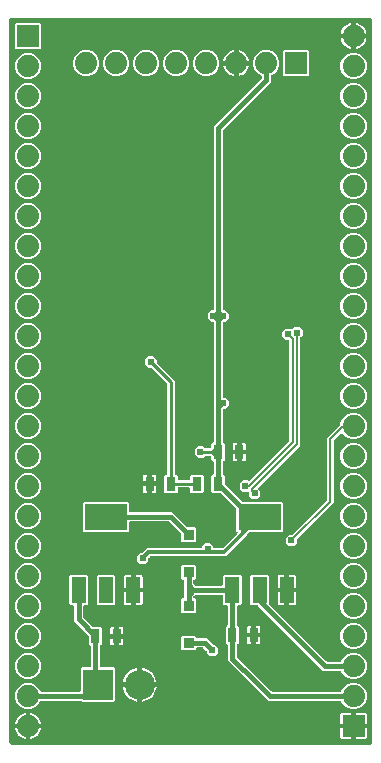
<source format=gbr>
G04 EAGLE Gerber X2 export*
G75*
%MOMM*%
%FSLAX34Y34*%
%LPD*%
%AMOC8*
5,1,8,0,0,1.08239X$1,22.5*%
G01*
%ADD10R,0.950000X0.900000*%
%ADD11C,2.540000*%
%ADD12R,2.540000X2.540000*%
%ADD13R,1.879600X1.879600*%
%ADD14C,1.879600*%
%ADD15R,1.219200X2.235200*%
%ADD16R,3.600000X2.200000*%
%ADD17R,0.800000X1.200000*%
%ADD18C,0.604000*%
%ADD19C,0.406400*%
%ADD20C,0.254000*%
%ADD21C,0.203200*%
%ADD22C,0.304800*%

G36*
X303658Y-1976D02*
X303658Y-1976D01*
X303745Y-1973D01*
X303798Y-1956D01*
X303853Y-1949D01*
X303933Y-1913D01*
X304016Y-1886D01*
X304055Y-1858D01*
X304112Y-1832D01*
X304226Y-1736D01*
X304289Y-1691D01*
X305303Y-678D01*
X305324Y-649D01*
X305343Y-633D01*
X305371Y-591D01*
X305415Y-544D01*
X305441Y-494D01*
X305474Y-450D01*
X305486Y-419D01*
X305500Y-397D01*
X305517Y-346D01*
X305545Y-291D01*
X305553Y-243D01*
X305575Y-185D01*
X305578Y-153D01*
X305586Y-126D01*
X305589Y-28D01*
X305600Y40D01*
X305600Y611740D01*
X305588Y611827D01*
X305585Y611914D01*
X305568Y611967D01*
X305560Y612022D01*
X305525Y612101D01*
X305498Y612185D01*
X305470Y612224D01*
X305444Y612281D01*
X305348Y612394D01*
X305303Y612458D01*
X304295Y613465D01*
X304226Y613518D01*
X304162Y613578D01*
X304112Y613603D01*
X304068Y613636D01*
X303986Y613667D01*
X303908Y613707D01*
X303861Y613715D01*
X303802Y613738D01*
X303655Y613750D01*
X303577Y613763D01*
X10Y613763D01*
X-77Y613751D01*
X-164Y613748D01*
X-217Y613731D01*
X-272Y613723D01*
X-352Y613687D01*
X-435Y613660D01*
X-474Y613632D01*
X-531Y613607D01*
X-645Y613511D01*
X-708Y613465D01*
X-1718Y612456D01*
X-1770Y612386D01*
X-1830Y612322D01*
X-1856Y612273D01*
X-1889Y612229D01*
X-1920Y612147D01*
X-1960Y612069D01*
X-1968Y612021D01*
X-1990Y611963D01*
X-2002Y611815D01*
X-2015Y611738D01*
X-2015Y0D01*
X-2008Y-51D01*
X-2009Y-74D01*
X-2001Y-104D01*
X-1995Y-201D01*
X-1981Y-240D01*
X-1975Y-282D01*
X-1934Y-374D01*
X-1900Y-469D01*
X-1878Y-499D01*
X-1859Y-541D01*
X-1740Y-682D01*
X-1698Y-737D01*
X-671Y-1710D01*
X-611Y-1753D01*
X-557Y-1803D01*
X-496Y-1835D01*
X-440Y-1875D01*
X-370Y-1899D01*
X-304Y-1933D01*
X-246Y-1943D01*
X-171Y-1969D01*
X-49Y-1976D01*
X27Y-1988D01*
X303571Y-1988D01*
X303658Y-1976D01*
G37*
%LPC*%
G36*
X109012Y151201D02*
X109012Y151201D01*
X106201Y154012D01*
X106201Y157988D01*
X109012Y160799D01*
X110707Y160799D01*
X110794Y160811D01*
X110881Y160814D01*
X110934Y160831D01*
X110989Y160839D01*
X111069Y160874D01*
X111152Y160901D01*
X111191Y160929D01*
X111248Y160955D01*
X111362Y161051D01*
X111425Y161096D01*
X114632Y164303D01*
X160186Y164303D01*
X160244Y164311D01*
X160302Y164309D01*
X160384Y164331D01*
X160468Y164343D01*
X160521Y164366D01*
X160577Y164381D01*
X160650Y164424D01*
X160727Y164459D01*
X160772Y164497D01*
X160822Y164526D01*
X160880Y164588D01*
X160944Y164642D01*
X160976Y164691D01*
X161016Y164734D01*
X161055Y164809D01*
X161102Y164879D01*
X161119Y164935D01*
X161146Y164987D01*
X161157Y165055D01*
X161187Y165150D01*
X161190Y165250D01*
X161201Y165318D01*
X161201Y165988D01*
X164012Y168799D01*
X167988Y168799D01*
X170799Y165988D01*
X170799Y165318D01*
X170807Y165260D01*
X170805Y165202D01*
X170827Y165120D01*
X170839Y165036D01*
X170862Y164983D01*
X170877Y164927D01*
X170920Y164854D01*
X170955Y164777D01*
X170993Y164732D01*
X171022Y164682D01*
X171084Y164624D01*
X171138Y164560D01*
X171187Y164528D01*
X171230Y164488D01*
X171305Y164449D01*
X171375Y164402D01*
X171431Y164385D01*
X171483Y164358D01*
X171551Y164347D01*
X171646Y164317D01*
X171746Y164314D01*
X171814Y164303D01*
X178221Y164303D01*
X178308Y164315D01*
X178395Y164318D01*
X178448Y164335D01*
X178503Y164343D01*
X178583Y164378D01*
X178666Y164405D01*
X178705Y164433D01*
X178762Y164459D01*
X178876Y164555D01*
X178939Y164600D01*
X191189Y176850D01*
X191224Y176896D01*
X191267Y176937D01*
X191309Y177010D01*
X191360Y177077D01*
X191381Y177132D01*
X191410Y177182D01*
X191431Y177264D01*
X191461Y177343D01*
X191466Y177401D01*
X191480Y177458D01*
X191478Y177542D01*
X191485Y177626D01*
X191473Y177683D01*
X191471Y177742D01*
X191445Y177822D01*
X191429Y177905D01*
X191402Y177957D01*
X191384Y178012D01*
X191344Y178069D01*
X191298Y178157D01*
X191229Y178229D01*
X191189Y178286D01*
X190221Y179253D01*
X190221Y197969D01*
X190209Y198056D01*
X190206Y198143D01*
X190189Y198196D01*
X190181Y198251D01*
X190146Y198330D01*
X190119Y198414D01*
X190091Y198453D01*
X190065Y198510D01*
X189969Y198623D01*
X189959Y198638D01*
X189951Y198652D01*
X189946Y198656D01*
X189924Y198687D01*
X177687Y210924D01*
X177617Y210976D01*
X177553Y211036D01*
X177504Y211062D01*
X177460Y211095D01*
X177378Y211126D01*
X177300Y211166D01*
X177253Y211174D01*
X177194Y211196D01*
X177046Y211208D01*
X176969Y211221D01*
X170263Y211221D01*
X169221Y212263D01*
X169221Y225737D01*
X170270Y226786D01*
X170290Y226785D01*
X170372Y226807D01*
X170456Y226819D01*
X170509Y226842D01*
X170565Y226857D01*
X170638Y226900D01*
X170715Y226935D01*
X170760Y226973D01*
X170810Y227002D01*
X170868Y227064D01*
X170932Y227118D01*
X170964Y227167D01*
X171004Y227210D01*
X171043Y227285D01*
X171090Y227355D01*
X171107Y227411D01*
X171134Y227463D01*
X171145Y227531D01*
X171175Y227626D01*
X171178Y227726D01*
X171189Y227794D01*
X171189Y237206D01*
X171181Y237264D01*
X171183Y237322D01*
X171161Y237404D01*
X171149Y237488D01*
X171126Y237541D01*
X171111Y237597D01*
X171068Y237670D01*
X171033Y237747D01*
X170995Y237792D01*
X170966Y237842D01*
X170904Y237900D01*
X170850Y237964D01*
X170801Y237996D01*
X170758Y238036D01*
X170683Y238075D01*
X170613Y238122D01*
X170557Y238139D01*
X170505Y238166D01*
X170437Y238177D01*
X170342Y238207D01*
X170275Y238209D01*
X169221Y239263D01*
X169221Y241936D01*
X169213Y241994D01*
X169215Y242052D01*
X169193Y242134D01*
X169181Y242218D01*
X169158Y242271D01*
X169143Y242327D01*
X169100Y242400D01*
X169065Y242477D01*
X169027Y242522D01*
X168998Y242572D01*
X168936Y242630D01*
X168882Y242694D01*
X168833Y242726D01*
X168790Y242766D01*
X168715Y242805D01*
X168645Y242852D01*
X168589Y242869D01*
X168537Y242896D01*
X168469Y242907D01*
X168374Y242937D01*
X168274Y242940D01*
X168206Y242951D01*
X164158Y242951D01*
X164072Y242939D01*
X163984Y242936D01*
X163932Y242919D01*
X163877Y242911D01*
X163797Y242876D01*
X163714Y242849D01*
X163674Y242821D01*
X163617Y242795D01*
X163504Y242699D01*
X163440Y242654D01*
X161988Y241201D01*
X158012Y241201D01*
X155201Y244012D01*
X155201Y247988D01*
X158012Y250799D01*
X161988Y250799D01*
X163440Y249346D01*
X163510Y249294D01*
X163574Y249234D01*
X163623Y249208D01*
X163668Y249175D01*
X163749Y249144D01*
X163827Y249104D01*
X163875Y249096D01*
X163933Y249074D01*
X164081Y249062D01*
X164158Y249049D01*
X168206Y249049D01*
X168264Y249057D01*
X168322Y249055D01*
X168404Y249077D01*
X168488Y249089D01*
X168541Y249112D01*
X168597Y249127D01*
X168670Y249170D01*
X168747Y249205D01*
X168792Y249243D01*
X168842Y249272D01*
X168900Y249334D01*
X168964Y249388D01*
X168996Y249437D01*
X169036Y249480D01*
X169075Y249555D01*
X169122Y249625D01*
X169139Y249681D01*
X169166Y249733D01*
X169177Y249801D01*
X169207Y249896D01*
X169210Y249996D01*
X169221Y250064D01*
X169221Y252737D01*
X170270Y253786D01*
X170290Y253785D01*
X170372Y253807D01*
X170456Y253819D01*
X170509Y253842D01*
X170565Y253857D01*
X170638Y253900D01*
X170715Y253935D01*
X170760Y253973D01*
X170810Y254002D01*
X170868Y254064D01*
X170932Y254118D01*
X170964Y254167D01*
X171004Y254210D01*
X171043Y254285D01*
X171090Y254355D01*
X171107Y254411D01*
X171134Y254463D01*
X171145Y254531D01*
X171175Y254626D01*
X171178Y254726D01*
X171189Y254794D01*
X171189Y355186D01*
X171181Y355244D01*
X171183Y355302D01*
X171161Y355384D01*
X171149Y355468D01*
X171126Y355521D01*
X171111Y355577D01*
X171068Y355650D01*
X171033Y355727D01*
X170995Y355772D01*
X170966Y355822D01*
X170904Y355880D01*
X170850Y355944D01*
X170801Y355976D01*
X170758Y356016D01*
X170683Y356055D01*
X170613Y356102D01*
X170557Y356119D01*
X170505Y356146D01*
X170437Y356157D01*
X170342Y356187D01*
X170242Y356190D01*
X170174Y356201D01*
X169012Y356201D01*
X166201Y359012D01*
X166201Y362988D01*
X169012Y365799D01*
X170174Y365799D01*
X170232Y365807D01*
X170290Y365805D01*
X170372Y365827D01*
X170456Y365839D01*
X170509Y365862D01*
X170565Y365877D01*
X170638Y365920D01*
X170715Y365955D01*
X170760Y365993D01*
X170810Y366022D01*
X170868Y366084D01*
X170932Y366138D01*
X170964Y366187D01*
X171004Y366230D01*
X171043Y366305D01*
X171090Y366375D01*
X171107Y366431D01*
X171134Y366483D01*
X171145Y366551D01*
X171175Y366646D01*
X171178Y366746D01*
X171189Y366814D01*
X171189Y521578D01*
X211492Y561881D01*
X211544Y561951D01*
X211604Y562015D01*
X211630Y562064D01*
X211663Y562108D01*
X211694Y562190D01*
X211734Y562268D01*
X211742Y562315D01*
X211764Y562374D01*
X211776Y562522D01*
X211789Y562599D01*
X211789Y563902D01*
X211789Y563904D01*
X211789Y563906D01*
X211769Y564045D01*
X211749Y564184D01*
X211749Y564185D01*
X211749Y564187D01*
X211692Y564313D01*
X211633Y564443D01*
X211632Y564445D01*
X211631Y564446D01*
X211540Y564553D01*
X211450Y564660D01*
X211448Y564661D01*
X211447Y564662D01*
X211434Y564671D01*
X211213Y564818D01*
X211184Y564827D01*
X211163Y564840D01*
X209269Y565625D01*
X206125Y568769D01*
X204423Y572877D01*
X204423Y577323D01*
X206125Y581431D01*
X209269Y584575D01*
X213377Y586277D01*
X217823Y586277D01*
X221931Y584575D01*
X225075Y581431D01*
X226777Y577323D01*
X226777Y572877D01*
X225075Y568769D01*
X221931Y565625D01*
X220037Y564840D01*
X220036Y564840D01*
X220035Y564839D01*
X219916Y564769D01*
X219793Y564696D01*
X219792Y564695D01*
X219790Y564694D01*
X219693Y564590D01*
X219597Y564489D01*
X219597Y564488D01*
X219596Y564487D01*
X219531Y564361D01*
X219467Y564237D01*
X219467Y564235D01*
X219466Y564234D01*
X219464Y564219D01*
X219412Y563958D01*
X219415Y563927D01*
X219411Y563902D01*
X219411Y559022D01*
X179108Y518719D01*
X179056Y518649D01*
X178996Y518585D01*
X178970Y518536D01*
X178937Y518492D01*
X178906Y518410D01*
X178866Y518332D01*
X178858Y518285D01*
X178836Y518226D01*
X178824Y518078D01*
X178811Y518001D01*
X178811Y366814D01*
X178819Y366756D01*
X178817Y366698D01*
X178839Y366616D01*
X178851Y366532D01*
X178874Y366479D01*
X178889Y366423D01*
X178932Y366350D01*
X178967Y366273D01*
X179005Y366228D01*
X179034Y366178D01*
X179096Y366120D01*
X179150Y366056D01*
X179199Y366024D01*
X179242Y365984D01*
X179317Y365945D01*
X179387Y365898D01*
X179443Y365881D01*
X179495Y365854D01*
X179563Y365843D01*
X179658Y365813D01*
X179758Y365810D01*
X179826Y365799D01*
X180988Y365799D01*
X183799Y362988D01*
X183799Y359012D01*
X180988Y356201D01*
X179826Y356201D01*
X179768Y356193D01*
X179710Y356195D01*
X179628Y356173D01*
X179544Y356161D01*
X179491Y356138D01*
X179435Y356123D01*
X179362Y356080D01*
X179285Y356045D01*
X179240Y356007D01*
X179190Y355978D01*
X179132Y355916D01*
X179068Y355862D01*
X179036Y355813D01*
X178996Y355770D01*
X178957Y355695D01*
X178910Y355625D01*
X178893Y355569D01*
X178866Y355517D01*
X178855Y355449D01*
X178825Y355354D01*
X178822Y355254D01*
X178811Y355186D01*
X178811Y292814D01*
X178819Y292756D01*
X178817Y292698D01*
X178839Y292616D01*
X178851Y292532D01*
X178874Y292479D01*
X178889Y292423D01*
X178932Y292350D01*
X178967Y292273D01*
X179005Y292228D01*
X179034Y292178D01*
X179096Y292120D01*
X179150Y292056D01*
X179199Y292024D01*
X179242Y291984D01*
X179317Y291945D01*
X179387Y291898D01*
X179443Y291881D01*
X179495Y291854D01*
X179563Y291843D01*
X179658Y291813D01*
X179758Y291810D01*
X179826Y291799D01*
X180988Y291799D01*
X183799Y288988D01*
X183799Y285012D01*
X180988Y282201D01*
X179826Y282201D01*
X179768Y282193D01*
X179710Y282195D01*
X179628Y282173D01*
X179544Y282161D01*
X179491Y282138D01*
X179435Y282123D01*
X179362Y282080D01*
X179285Y282045D01*
X179240Y282007D01*
X179190Y281978D01*
X179132Y281916D01*
X179068Y281862D01*
X179036Y281813D01*
X178996Y281770D01*
X178957Y281695D01*
X178910Y281625D01*
X178893Y281569D01*
X178866Y281517D01*
X178855Y281449D01*
X178825Y281354D01*
X178822Y281254D01*
X178811Y281186D01*
X178811Y254794D01*
X178819Y254736D01*
X178817Y254678D01*
X178839Y254596D01*
X178851Y254512D01*
X178874Y254459D01*
X178889Y254403D01*
X178932Y254330D01*
X178967Y254253D01*
X179005Y254208D01*
X179034Y254158D01*
X179096Y254100D01*
X179150Y254036D01*
X179199Y254004D01*
X179242Y253964D01*
X179317Y253925D01*
X179387Y253878D01*
X179443Y253861D01*
X179495Y253834D01*
X179563Y253823D01*
X179658Y253793D01*
X179725Y253791D01*
X180779Y252737D01*
X180779Y239263D01*
X179730Y238214D01*
X179710Y238215D01*
X179628Y238193D01*
X179544Y238181D01*
X179491Y238158D01*
X179435Y238143D01*
X179362Y238100D01*
X179285Y238065D01*
X179240Y238027D01*
X179190Y237998D01*
X179132Y237936D01*
X179068Y237882D01*
X179036Y237833D01*
X178996Y237790D01*
X178957Y237715D01*
X178910Y237645D01*
X178893Y237589D01*
X178866Y237537D01*
X178855Y237469D01*
X178825Y237374D01*
X178822Y237274D01*
X178811Y237206D01*
X178811Y227794D01*
X178819Y227736D01*
X178817Y227678D01*
X178839Y227596D01*
X178851Y227512D01*
X178874Y227459D01*
X178889Y227403D01*
X178932Y227330D01*
X178967Y227253D01*
X179005Y227208D01*
X179034Y227158D01*
X179096Y227100D01*
X179150Y227036D01*
X179199Y227004D01*
X179242Y226964D01*
X179317Y226925D01*
X179387Y226878D01*
X179443Y226861D01*
X179495Y226834D01*
X179563Y226823D01*
X179658Y226793D01*
X179725Y226791D01*
X180779Y225737D01*
X180779Y219031D01*
X180791Y218944D01*
X180794Y218857D01*
X180811Y218804D01*
X180819Y218749D01*
X180854Y218670D01*
X180881Y218586D01*
X180909Y218547D01*
X180935Y218490D01*
X181031Y218377D01*
X181076Y218313D01*
X195323Y204066D01*
X195393Y204014D01*
X195457Y203954D01*
X195506Y203928D01*
X195550Y203895D01*
X195632Y203864D01*
X195710Y203824D01*
X195757Y203816D01*
X195816Y203794D01*
X195964Y203782D01*
X196041Y203769D01*
X198969Y203769D01*
X199056Y203781D01*
X199143Y203784D01*
X199196Y203801D01*
X202788Y203801D01*
X202806Y203794D01*
X202954Y203782D01*
X203031Y203769D01*
X228737Y203769D01*
X229779Y202727D01*
X229779Y179253D01*
X228737Y178211D01*
X202313Y178211D01*
X202226Y178199D01*
X202139Y178196D01*
X202086Y178179D01*
X202031Y178171D01*
X201951Y178136D01*
X201868Y178109D01*
X201829Y178081D01*
X201772Y178055D01*
X201659Y177959D01*
X201595Y177914D01*
X200605Y176924D01*
X199105Y175424D01*
X183610Y159929D01*
X181378Y157697D01*
X117789Y157697D01*
X117702Y157685D01*
X117615Y157682D01*
X117562Y157665D01*
X117507Y157657D01*
X117427Y157622D01*
X117344Y157595D01*
X117305Y157567D01*
X117248Y157541D01*
X117134Y157445D01*
X117071Y157400D01*
X116096Y156425D01*
X116044Y156356D01*
X115984Y156292D01*
X115958Y156242D01*
X115925Y156198D01*
X115894Y156116D01*
X115854Y156038D01*
X115846Y155991D01*
X115824Y155932D01*
X115812Y155785D01*
X115799Y155707D01*
X115799Y154012D01*
X112988Y151201D01*
X109012Y151201D01*
G37*
%LPD*%
%LPC*%
G36*
X287367Y28123D02*
X287367Y28123D01*
X283259Y29825D01*
X280115Y32969D01*
X279330Y34863D01*
X279330Y34864D01*
X279329Y34865D01*
X279259Y34984D01*
X279186Y35107D01*
X279185Y35108D01*
X279184Y35110D01*
X279080Y35207D01*
X278979Y35303D01*
X278978Y35303D01*
X278977Y35304D01*
X278851Y35369D01*
X278727Y35433D01*
X278725Y35433D01*
X278724Y35434D01*
X278709Y35436D01*
X278448Y35488D01*
X278417Y35485D01*
X278392Y35489D01*
X217122Y35489D01*
X183189Y69422D01*
X183189Y82206D01*
X183181Y82264D01*
X183183Y82322D01*
X183161Y82404D01*
X183149Y82488D01*
X183126Y82541D01*
X183111Y82597D01*
X183068Y82670D01*
X183033Y82747D01*
X182995Y82792D01*
X182966Y82842D01*
X182904Y82900D01*
X182850Y82964D01*
X182801Y82996D01*
X182758Y83036D01*
X182683Y83075D01*
X182613Y83122D01*
X182557Y83139D01*
X182505Y83166D01*
X182437Y83177D01*
X182342Y83207D01*
X182275Y83209D01*
X181221Y84263D01*
X181221Y97737D01*
X182270Y98786D01*
X182290Y98785D01*
X182372Y98807D01*
X182456Y98819D01*
X182509Y98842D01*
X182565Y98857D01*
X182638Y98900D01*
X182715Y98935D01*
X182760Y98973D01*
X182810Y99002D01*
X182868Y99064D01*
X182932Y99118D01*
X182964Y99167D01*
X183004Y99210D01*
X183043Y99285D01*
X183090Y99355D01*
X183107Y99411D01*
X183134Y99463D01*
X183145Y99531D01*
X183175Y99626D01*
X183178Y99726D01*
X183189Y99794D01*
X183189Y115042D01*
X183181Y115100D01*
X183183Y115158D01*
X183161Y115240D01*
X183149Y115324D01*
X183126Y115377D01*
X183111Y115433D01*
X183068Y115506D01*
X183033Y115583D01*
X182995Y115628D01*
X182966Y115678D01*
X182904Y115736D01*
X182850Y115800D01*
X182801Y115832D01*
X182758Y115872D01*
X182683Y115911D01*
X182613Y115958D01*
X182557Y115975D01*
X182505Y116002D01*
X182437Y116013D01*
X182342Y116043D01*
X182242Y116046D01*
X182174Y116057D01*
X180053Y116057D01*
X179011Y117099D01*
X179011Y124186D01*
X179003Y124244D01*
X179005Y124302D01*
X178983Y124384D01*
X178971Y124468D01*
X178948Y124521D01*
X178933Y124577D01*
X178890Y124650D01*
X178855Y124727D01*
X178817Y124772D01*
X178788Y124822D01*
X178726Y124880D01*
X178672Y124944D01*
X178623Y124976D01*
X178580Y125016D01*
X178505Y125055D01*
X178435Y125102D01*
X178379Y125119D01*
X178327Y125146D01*
X178259Y125157D01*
X178164Y125187D01*
X178064Y125190D01*
X177996Y125201D01*
X155987Y125201D01*
X155900Y125189D01*
X155813Y125186D01*
X155760Y125169D01*
X155705Y125161D01*
X155626Y125126D01*
X155542Y125099D01*
X155503Y125071D01*
X155446Y125045D01*
X155333Y124949D01*
X155269Y124904D01*
X154127Y123762D01*
X154109Y123738D01*
X154087Y123719D01*
X154024Y123625D01*
X153956Y123535D01*
X153946Y123507D01*
X153929Y123483D01*
X153895Y123375D01*
X153855Y123269D01*
X153852Y123240D01*
X153844Y123212D01*
X153841Y123098D01*
X153831Y122986D01*
X153837Y122957D01*
X153836Y122928D01*
X153865Y122818D01*
X153887Y122707D01*
X153901Y122681D01*
X153908Y122653D01*
X153966Y122555D01*
X154018Y122455D01*
X154038Y122433D01*
X154053Y122408D01*
X154136Y122331D01*
X154214Y122249D01*
X154239Y122234D01*
X154261Y122214D01*
X154362Y122162D01*
X154459Y122105D01*
X154488Y122098D01*
X154514Y122084D01*
X154591Y122071D01*
X154735Y122035D01*
X154797Y122037D01*
X154845Y122029D01*
X155487Y122029D01*
X156529Y120987D01*
X156529Y110513D01*
X155487Y109471D01*
X144513Y109471D01*
X143471Y110513D01*
X143471Y120987D01*
X144513Y122029D01*
X145174Y122029D01*
X145232Y122037D01*
X145290Y122035D01*
X145372Y122057D01*
X145456Y122069D01*
X145509Y122092D01*
X145565Y122107D01*
X145638Y122150D01*
X145715Y122185D01*
X145760Y122223D01*
X145810Y122252D01*
X145868Y122314D01*
X145932Y122368D01*
X145964Y122417D01*
X146004Y122460D01*
X146043Y122535D01*
X146090Y122605D01*
X146107Y122661D01*
X146134Y122713D01*
X146145Y122781D01*
X146175Y122876D01*
X146178Y122976D01*
X146189Y123044D01*
X146189Y136956D01*
X146181Y137014D01*
X146183Y137072D01*
X146161Y137154D01*
X146149Y137238D01*
X146126Y137291D01*
X146111Y137347D01*
X146068Y137420D01*
X146033Y137497D01*
X145995Y137542D01*
X145966Y137592D01*
X145904Y137650D01*
X145850Y137714D01*
X145801Y137746D01*
X145758Y137786D01*
X145683Y137825D01*
X145613Y137872D01*
X145557Y137889D01*
X145505Y137916D01*
X145437Y137927D01*
X145342Y137957D01*
X145242Y137960D01*
X145174Y137971D01*
X144513Y137971D01*
X143471Y139013D01*
X143471Y149487D01*
X144513Y150529D01*
X155487Y150529D01*
X156529Y149487D01*
X156529Y139013D01*
X155487Y137971D01*
X154826Y137971D01*
X154768Y137963D01*
X154710Y137965D01*
X154628Y137943D01*
X154544Y137931D01*
X154491Y137908D01*
X154435Y137893D01*
X154362Y137850D01*
X154285Y137815D01*
X154240Y137777D01*
X154190Y137748D01*
X154132Y137686D01*
X154068Y137632D01*
X154036Y137583D01*
X153996Y137540D01*
X153957Y137465D01*
X153910Y137395D01*
X153893Y137339D01*
X153866Y137287D01*
X153855Y137219D01*
X153825Y137124D01*
X153822Y137024D01*
X153811Y136956D01*
X153811Y134999D01*
X153823Y134912D01*
X153826Y134825D01*
X153843Y134772D01*
X153851Y134717D01*
X153886Y134638D01*
X153913Y134554D01*
X153941Y134515D01*
X153967Y134458D01*
X154063Y134345D01*
X154108Y134281D01*
X155269Y133120D01*
X155339Y133068D01*
X155403Y133008D01*
X155452Y132982D01*
X155496Y132949D01*
X155578Y132918D01*
X155656Y132878D01*
X155703Y132870D01*
X155762Y132848D01*
X155910Y132836D01*
X155987Y132823D01*
X177996Y132823D01*
X178054Y132831D01*
X178112Y132829D01*
X178194Y132851D01*
X178278Y132863D01*
X178331Y132886D01*
X178387Y132901D01*
X178460Y132944D01*
X178537Y132979D01*
X178582Y133017D01*
X178632Y133046D01*
X178690Y133108D01*
X178754Y133162D01*
X178786Y133211D01*
X178826Y133254D01*
X178865Y133329D01*
X178912Y133399D01*
X178929Y133455D01*
X178956Y133507D01*
X178967Y133575D01*
X178997Y133670D01*
X179000Y133770D01*
X179011Y133838D01*
X179011Y140925D01*
X180053Y141967D01*
X193719Y141967D01*
X194761Y140925D01*
X194761Y117099D01*
X193719Y116057D01*
X191826Y116057D01*
X191768Y116049D01*
X191710Y116051D01*
X191628Y116029D01*
X191544Y116017D01*
X191491Y115994D01*
X191435Y115979D01*
X191362Y115936D01*
X191285Y115901D01*
X191240Y115863D01*
X191190Y115834D01*
X191132Y115772D01*
X191068Y115718D01*
X191036Y115669D01*
X190996Y115626D01*
X190957Y115551D01*
X190910Y115481D01*
X190893Y115425D01*
X190866Y115373D01*
X190855Y115305D01*
X190825Y115210D01*
X190822Y115110D01*
X190811Y115042D01*
X190811Y99794D01*
X190819Y99736D01*
X190817Y99678D01*
X190839Y99596D01*
X190851Y99512D01*
X190874Y99459D01*
X190889Y99403D01*
X190932Y99330D01*
X190967Y99253D01*
X191005Y99208D01*
X191034Y99158D01*
X191096Y99100D01*
X191150Y99036D01*
X191199Y99004D01*
X191242Y98964D01*
X191317Y98925D01*
X191387Y98878D01*
X191443Y98861D01*
X191495Y98834D01*
X191563Y98823D01*
X191658Y98793D01*
X191725Y98791D01*
X192779Y97737D01*
X192779Y84263D01*
X191730Y83214D01*
X191710Y83215D01*
X191628Y83193D01*
X191544Y83181D01*
X191491Y83158D01*
X191435Y83143D01*
X191362Y83100D01*
X191285Y83065D01*
X191240Y83027D01*
X191190Y82998D01*
X191132Y82936D01*
X191068Y82882D01*
X191036Y82833D01*
X190996Y82790D01*
X190957Y82715D01*
X190910Y82645D01*
X190893Y82589D01*
X190866Y82537D01*
X190855Y82469D01*
X190825Y82374D01*
X190822Y82274D01*
X190811Y82206D01*
X190811Y72999D01*
X190823Y72912D01*
X190826Y72825D01*
X190843Y72772D01*
X190851Y72717D01*
X190886Y72638D01*
X190913Y72554D01*
X190941Y72515D01*
X190967Y72458D01*
X191063Y72345D01*
X191108Y72281D01*
X219981Y43408D01*
X220051Y43356D01*
X220115Y43296D01*
X220164Y43270D01*
X220208Y43237D01*
X220290Y43206D01*
X220368Y43166D01*
X220415Y43158D01*
X220474Y43136D01*
X220622Y43124D01*
X220699Y43111D01*
X278392Y43111D01*
X278394Y43111D01*
X278396Y43111D01*
X278535Y43131D01*
X278674Y43151D01*
X278675Y43151D01*
X278677Y43151D01*
X278803Y43208D01*
X278933Y43267D01*
X278935Y43268D01*
X278936Y43269D01*
X279041Y43358D01*
X279150Y43450D01*
X279151Y43452D01*
X279152Y43453D01*
X279161Y43466D01*
X279308Y43687D01*
X279317Y43716D01*
X279330Y43737D01*
X280115Y45631D01*
X283259Y48775D01*
X287367Y50477D01*
X291813Y50477D01*
X295921Y48775D01*
X299065Y45631D01*
X300767Y41523D01*
X300767Y37077D01*
X299065Y32969D01*
X295921Y29825D01*
X291813Y28123D01*
X287367Y28123D01*
G37*
%LPD*%
%LPC*%
G36*
X11777Y28123D02*
X11777Y28123D01*
X7669Y29825D01*
X4525Y32969D01*
X2823Y37077D01*
X2823Y41523D01*
X4525Y45631D01*
X7669Y48775D01*
X11777Y50477D01*
X16223Y50477D01*
X20331Y48775D01*
X23475Y45631D01*
X24260Y43737D01*
X24260Y43736D01*
X24261Y43735D01*
X24331Y43616D01*
X24404Y43493D01*
X24405Y43492D01*
X24406Y43490D01*
X24510Y43393D01*
X24611Y43297D01*
X24612Y43297D01*
X24613Y43296D01*
X24739Y43231D01*
X24863Y43167D01*
X24865Y43167D01*
X24866Y43166D01*
X24881Y43164D01*
X25142Y43112D01*
X25173Y43115D01*
X25198Y43111D01*
X58006Y43111D01*
X58064Y43119D01*
X58122Y43117D01*
X58204Y43139D01*
X58288Y43151D01*
X58341Y43174D01*
X58397Y43189D01*
X58470Y43232D01*
X58547Y43267D01*
X58592Y43305D01*
X58642Y43334D01*
X58700Y43396D01*
X58764Y43450D01*
X58796Y43499D01*
X58836Y43542D01*
X58875Y43617D01*
X58922Y43687D01*
X58939Y43743D01*
X58966Y43795D01*
X58977Y43863D01*
X59007Y43958D01*
X59010Y44058D01*
X59021Y44126D01*
X59021Y62437D01*
X60063Y63479D01*
X66174Y63479D01*
X66232Y63487D01*
X66290Y63485D01*
X66372Y63507D01*
X66456Y63519D01*
X66509Y63542D01*
X66565Y63557D01*
X66638Y63600D01*
X66715Y63635D01*
X66760Y63673D01*
X66810Y63702D01*
X66868Y63764D01*
X66932Y63818D01*
X66964Y63867D01*
X67004Y63910D01*
X67043Y63985D01*
X67090Y64055D01*
X67107Y64111D01*
X67134Y64163D01*
X67145Y64231D01*
X67175Y64326D01*
X67178Y64426D01*
X67189Y64494D01*
X67189Y81206D01*
X67181Y81264D01*
X67183Y81322D01*
X67161Y81404D01*
X67149Y81488D01*
X67126Y81541D01*
X67111Y81597D01*
X67068Y81670D01*
X67033Y81747D01*
X66995Y81792D01*
X66966Y81842D01*
X66904Y81900D01*
X66850Y81964D01*
X66801Y81996D01*
X66758Y82036D01*
X66683Y82075D01*
X66613Y82122D01*
X66557Y82139D01*
X66505Y82166D01*
X66437Y82177D01*
X66342Y82207D01*
X66275Y82209D01*
X65221Y83263D01*
X65221Y89969D01*
X65209Y90056D01*
X65206Y90143D01*
X65189Y90196D01*
X65181Y90251D01*
X65146Y90330D01*
X65119Y90414D01*
X65091Y90453D01*
X65065Y90510D01*
X64969Y90623D01*
X64924Y90687D01*
X53075Y102536D01*
X53075Y115042D01*
X53067Y115100D01*
X53069Y115158D01*
X53047Y115240D01*
X53035Y115324D01*
X53012Y115377D01*
X52997Y115433D01*
X52954Y115506D01*
X52919Y115583D01*
X52881Y115628D01*
X52852Y115678D01*
X52790Y115736D01*
X52736Y115800D01*
X52687Y115832D01*
X52644Y115872D01*
X52569Y115911D01*
X52499Y115958D01*
X52443Y115975D01*
X52391Y116002D01*
X52323Y116013D01*
X52228Y116043D01*
X52128Y116046D01*
X52060Y116057D01*
X50053Y116057D01*
X49011Y117099D01*
X49011Y140925D01*
X50053Y141967D01*
X63719Y141967D01*
X64761Y140925D01*
X64761Y117099D01*
X63719Y116057D01*
X61712Y116057D01*
X61654Y116049D01*
X61596Y116051D01*
X61514Y116029D01*
X61430Y116017D01*
X61377Y115994D01*
X61321Y115979D01*
X61248Y115936D01*
X61171Y115901D01*
X61126Y115863D01*
X61076Y115834D01*
X61018Y115772D01*
X60954Y115718D01*
X60922Y115669D01*
X60882Y115626D01*
X60843Y115551D01*
X60796Y115481D01*
X60779Y115425D01*
X60752Y115373D01*
X60741Y115305D01*
X60711Y115210D01*
X60708Y115110D01*
X60697Y115042D01*
X60697Y106113D01*
X60709Y106026D01*
X60712Y105939D01*
X60729Y105886D01*
X60737Y105831D01*
X60772Y105752D01*
X60799Y105668D01*
X60827Y105629D01*
X60853Y105572D01*
X60949Y105459D01*
X60994Y105395D01*
X68313Y98076D01*
X68383Y98024D01*
X68447Y97964D01*
X68496Y97938D01*
X68540Y97905D01*
X68622Y97874D01*
X68700Y97834D01*
X68747Y97826D01*
X68806Y97804D01*
X68954Y97792D01*
X69031Y97779D01*
X75737Y97779D01*
X76779Y96737D01*
X76779Y83263D01*
X75730Y82214D01*
X75710Y82215D01*
X75628Y82193D01*
X75544Y82181D01*
X75491Y82158D01*
X75435Y82143D01*
X75362Y82100D01*
X75285Y82065D01*
X75240Y82027D01*
X75190Y81998D01*
X75132Y81936D01*
X75068Y81882D01*
X75036Y81833D01*
X74996Y81790D01*
X74957Y81715D01*
X74910Y81645D01*
X74893Y81589D01*
X74866Y81537D01*
X74855Y81469D01*
X74825Y81374D01*
X74822Y81274D01*
X74811Y81206D01*
X74811Y64494D01*
X74819Y64436D01*
X74817Y64378D01*
X74839Y64296D01*
X74851Y64212D01*
X74874Y64159D01*
X74889Y64103D01*
X74932Y64030D01*
X74967Y63953D01*
X75005Y63908D01*
X75034Y63858D01*
X75096Y63800D01*
X75150Y63736D01*
X75199Y63704D01*
X75242Y63664D01*
X75317Y63625D01*
X75387Y63578D01*
X75443Y63561D01*
X75495Y63534D01*
X75563Y63523D01*
X75658Y63493D01*
X75758Y63490D01*
X75826Y63479D01*
X86937Y63479D01*
X87979Y62437D01*
X87979Y35563D01*
X86937Y34521D01*
X60063Y34521D01*
X59393Y35192D01*
X59323Y35244D01*
X59259Y35304D01*
X59210Y35330D01*
X59165Y35363D01*
X59084Y35394D01*
X59006Y35434D01*
X58958Y35442D01*
X58900Y35464D01*
X58752Y35476D01*
X58675Y35489D01*
X25198Y35489D01*
X25196Y35489D01*
X25194Y35489D01*
X25055Y35469D01*
X24916Y35449D01*
X24915Y35449D01*
X24913Y35449D01*
X24787Y35392D01*
X24657Y35333D01*
X24655Y35332D01*
X24654Y35331D01*
X24547Y35240D01*
X24440Y35150D01*
X24439Y35148D01*
X24438Y35147D01*
X24429Y35134D01*
X24282Y34913D01*
X24273Y34884D01*
X24260Y34863D01*
X23475Y32969D01*
X20331Y29825D01*
X16223Y28123D01*
X11777Y28123D01*
G37*
%LPD*%
%LPC*%
G36*
X203826Y206011D02*
X203826Y206011D01*
X201015Y208822D01*
X201015Y211186D01*
X201007Y211244D01*
X201009Y211302D01*
X200987Y211384D01*
X200975Y211468D01*
X200952Y211521D01*
X200937Y211577D01*
X200894Y211650D01*
X200859Y211727D01*
X200821Y211772D01*
X200792Y211822D01*
X200730Y211880D01*
X200676Y211944D01*
X200627Y211976D01*
X200584Y212016D01*
X200509Y212055D01*
X200439Y212102D01*
X200383Y212119D01*
X200331Y212146D01*
X200263Y212157D01*
X200168Y212187D01*
X200068Y212190D01*
X200000Y212201D01*
X196012Y212201D01*
X193201Y215012D01*
X193201Y218988D01*
X196012Y221799D01*
X199988Y221799D01*
X200199Y221587D01*
X200246Y221552D01*
X200286Y221510D01*
X200359Y221467D01*
X200426Y221416D01*
X200481Y221396D01*
X200531Y221366D01*
X200613Y221345D01*
X200692Y221315D01*
X200750Y221310D01*
X200807Y221296D01*
X200891Y221299D01*
X200975Y221292D01*
X201033Y221303D01*
X201091Y221305D01*
X201171Y221331D01*
X201254Y221347D01*
X201306Y221374D01*
X201362Y221392D01*
X201418Y221432D01*
X201506Y221478D01*
X201579Y221547D01*
X201635Y221587D01*
X234916Y254868D01*
X234968Y254938D01*
X235028Y255002D01*
X235054Y255051D01*
X235087Y255095D01*
X235118Y255177D01*
X235158Y255255D01*
X235166Y255303D01*
X235188Y255361D01*
X235200Y255509D01*
X235213Y255586D01*
X235213Y339672D01*
X235205Y339730D01*
X235207Y339788D01*
X235185Y339870D01*
X235173Y339954D01*
X235150Y340007D01*
X235135Y340063D01*
X235092Y340136D01*
X235057Y340213D01*
X235019Y340258D01*
X234990Y340308D01*
X234928Y340366D01*
X234874Y340430D01*
X234825Y340462D01*
X234782Y340502D01*
X234707Y340541D01*
X234637Y340588D01*
X234581Y340605D01*
X234529Y340632D01*
X234461Y340643D01*
X234366Y340673D01*
X234266Y340676D01*
X234198Y340687D01*
X232012Y340687D01*
X229201Y343498D01*
X229201Y347474D01*
X232012Y350285D01*
X235988Y350285D01*
X236434Y349838D01*
X236481Y349803D01*
X236521Y349761D01*
X236594Y349718D01*
X236661Y349667D01*
X236716Y349647D01*
X236766Y349617D01*
X236848Y349596D01*
X236927Y349566D01*
X236985Y349561D01*
X237042Y349547D01*
X237126Y349550D01*
X237210Y349543D01*
X237268Y349554D01*
X237326Y349556D01*
X237406Y349582D01*
X237489Y349599D01*
X237541Y349625D01*
X237597Y349643D01*
X237653Y349684D01*
X237741Y349730D01*
X237814Y349798D01*
X237870Y349838D01*
X239830Y351799D01*
X243806Y351799D01*
X246617Y348988D01*
X246617Y345012D01*
X244910Y343306D01*
X244858Y343236D01*
X244798Y343172D01*
X244772Y343123D01*
X244739Y343079D01*
X244708Y342997D01*
X244668Y342919D01*
X244660Y342871D01*
X244638Y342813D01*
X244626Y342665D01*
X244613Y342588D01*
X244613Y251272D01*
X209093Y215753D01*
X209058Y215706D01*
X209016Y215666D01*
X208973Y215593D01*
X208922Y215526D01*
X208902Y215471D01*
X208872Y215421D01*
X208851Y215339D01*
X208821Y215260D01*
X208816Y215202D01*
X208802Y215145D01*
X208805Y215061D01*
X208798Y214977D01*
X208809Y214919D01*
X208811Y214861D01*
X208837Y214781D01*
X208854Y214698D01*
X208881Y214646D01*
X208899Y214590D01*
X208939Y214534D01*
X208985Y214446D01*
X209053Y214373D01*
X209093Y214317D01*
X210613Y212798D01*
X210613Y208822D01*
X207802Y206011D01*
X203826Y206011D01*
G37*
%LPD*%
%LPC*%
G36*
X144513Y169471D02*
X144513Y169471D01*
X143471Y170513D01*
X143471Y176469D01*
X143459Y176556D01*
X143456Y176643D01*
X143439Y176696D01*
X143431Y176751D01*
X143396Y176830D01*
X143369Y176914D01*
X143341Y176953D01*
X143315Y177010D01*
X143219Y177123D01*
X143174Y177187D01*
X133479Y186882D01*
X133409Y186934D01*
X133345Y186994D01*
X133296Y187020D01*
X133252Y187053D01*
X133170Y187084D01*
X133092Y187124D01*
X133045Y187132D01*
X132986Y187154D01*
X132838Y187166D01*
X132761Y187179D01*
X100794Y187179D01*
X100736Y187171D01*
X100678Y187173D01*
X100596Y187151D01*
X100512Y187139D01*
X100459Y187116D01*
X100403Y187101D01*
X100330Y187058D01*
X100253Y187023D01*
X100208Y186985D01*
X100158Y186956D01*
X100100Y186894D01*
X100036Y186840D01*
X100004Y186791D01*
X99964Y186748D01*
X99925Y186673D01*
X99878Y186603D01*
X99861Y186547D01*
X99834Y186495D01*
X99823Y186427D01*
X99793Y186332D01*
X99790Y186232D01*
X99779Y186164D01*
X99779Y179253D01*
X98737Y178211D01*
X61263Y178211D01*
X60221Y179253D01*
X60221Y202727D01*
X61263Y203769D01*
X98737Y203769D01*
X99779Y202727D01*
X99779Y195816D01*
X99787Y195758D01*
X99785Y195700D01*
X99807Y195618D01*
X99819Y195534D01*
X99842Y195481D01*
X99857Y195425D01*
X99900Y195352D01*
X99935Y195275D01*
X99973Y195230D01*
X100002Y195180D01*
X100064Y195122D01*
X100118Y195058D01*
X100167Y195026D01*
X100210Y194986D01*
X100285Y194947D01*
X100355Y194900D01*
X100411Y194883D01*
X100463Y194856D01*
X100531Y194845D01*
X100626Y194815D01*
X100726Y194812D01*
X100794Y194801D01*
X136338Y194801D01*
X148813Y182326D01*
X148883Y182274D01*
X148947Y182214D01*
X148996Y182188D01*
X149040Y182155D01*
X149122Y182124D01*
X149200Y182084D01*
X149247Y182076D01*
X149306Y182054D01*
X149454Y182042D01*
X149531Y182029D01*
X155487Y182029D01*
X156529Y180987D01*
X156529Y170513D01*
X155487Y169471D01*
X144513Y169471D01*
G37*
%LPD*%
%LPC*%
G36*
X287367Y53523D02*
X287367Y53523D01*
X283259Y55225D01*
X280115Y58369D01*
X279330Y60263D01*
X279330Y60264D01*
X279329Y60265D01*
X279261Y60381D01*
X279186Y60507D01*
X279185Y60508D01*
X279184Y60510D01*
X279080Y60607D01*
X278979Y60703D01*
X278978Y60703D01*
X278977Y60704D01*
X278851Y60769D01*
X278727Y60833D01*
X278725Y60833D01*
X278724Y60834D01*
X278709Y60836D01*
X278448Y60888D01*
X278417Y60885D01*
X278392Y60889D01*
X263722Y60889D01*
X208851Y115760D01*
X208781Y115812D01*
X208717Y115872D01*
X208668Y115898D01*
X208624Y115931D01*
X208542Y115962D01*
X208464Y116002D01*
X208417Y116010D01*
X208358Y116032D01*
X208210Y116044D01*
X208133Y116057D01*
X203167Y116057D01*
X202125Y117099D01*
X202125Y140925D01*
X203167Y141967D01*
X216833Y141967D01*
X217875Y140925D01*
X217875Y117935D01*
X217887Y117848D01*
X217890Y117761D01*
X217907Y117708D01*
X217915Y117653D01*
X217950Y117574D01*
X217977Y117490D01*
X218005Y117451D01*
X218031Y117394D01*
X218127Y117281D01*
X218172Y117217D01*
X266581Y68808D01*
X266651Y68756D01*
X266715Y68696D01*
X266764Y68670D01*
X266808Y68637D01*
X266890Y68606D01*
X266968Y68566D01*
X267015Y68558D01*
X267074Y68536D01*
X267222Y68524D01*
X267299Y68511D01*
X278392Y68511D01*
X278394Y68511D01*
X278396Y68511D01*
X278535Y68531D01*
X278674Y68551D01*
X278675Y68551D01*
X278677Y68551D01*
X278803Y68608D01*
X278933Y68667D01*
X278935Y68668D01*
X278936Y68669D01*
X279043Y68760D01*
X279150Y68850D01*
X279151Y68852D01*
X279152Y68853D01*
X279161Y68866D01*
X279308Y69087D01*
X279317Y69116D01*
X279330Y69137D01*
X280115Y71031D01*
X283259Y74175D01*
X287367Y75877D01*
X291813Y75877D01*
X295921Y74175D01*
X299065Y71031D01*
X300767Y66923D01*
X300767Y62477D01*
X299065Y58369D01*
X295921Y55225D01*
X291813Y53523D01*
X287367Y53523D01*
G37*
%LPD*%
%LPC*%
G36*
X130263Y211221D02*
X130263Y211221D01*
X129221Y212263D01*
X129221Y225737D01*
X130263Y226779D01*
X130936Y226779D01*
X130994Y226787D01*
X131052Y226785D01*
X131134Y226807D01*
X131218Y226819D01*
X131271Y226842D01*
X131327Y226857D01*
X131400Y226900D01*
X131477Y226935D01*
X131522Y226973D01*
X131572Y227002D01*
X131630Y227064D01*
X131694Y227118D01*
X131726Y227167D01*
X131766Y227210D01*
X131805Y227285D01*
X131852Y227355D01*
X131869Y227411D01*
X131896Y227463D01*
X131907Y227531D01*
X131937Y227626D01*
X131940Y227726D01*
X131951Y227794D01*
X131951Y303317D01*
X131939Y303403D01*
X131936Y303491D01*
X131919Y303543D01*
X131911Y303598D01*
X131876Y303678D01*
X131849Y303761D01*
X131821Y303800D01*
X131795Y303858D01*
X131699Y303971D01*
X131654Y304035D01*
X118785Y316904D01*
X118715Y316956D01*
X118651Y317016D01*
X118601Y317042D01*
X118557Y317075D01*
X118476Y317106D01*
X118398Y317146D01*
X118350Y317154D01*
X118292Y317176D01*
X118144Y317188D01*
X118067Y317201D01*
X116012Y317201D01*
X113201Y320012D01*
X113201Y323988D01*
X116012Y326799D01*
X119988Y326799D01*
X122799Y323988D01*
X122799Y321933D01*
X122811Y321847D01*
X122814Y321759D01*
X122831Y321707D01*
X122839Y321652D01*
X122874Y321572D01*
X122901Y321489D01*
X122929Y321450D01*
X122955Y321392D01*
X123051Y321279D01*
X123096Y321215D01*
X138049Y306263D01*
X138049Y227794D01*
X138057Y227736D01*
X138055Y227678D01*
X138077Y227596D01*
X138089Y227512D01*
X138112Y227459D01*
X138127Y227403D01*
X138170Y227330D01*
X138205Y227253D01*
X138243Y227208D01*
X138272Y227158D01*
X138334Y227100D01*
X138388Y227036D01*
X138437Y227004D01*
X138480Y226964D01*
X138555Y226925D01*
X138625Y226878D01*
X138681Y226861D01*
X138733Y226834D01*
X138801Y226823D01*
X138896Y226793D01*
X138996Y226790D01*
X139064Y226779D01*
X139737Y226779D01*
X140779Y225737D01*
X140779Y223064D01*
X140787Y223006D01*
X140785Y222948D01*
X140807Y222866D01*
X140819Y222782D01*
X140842Y222729D01*
X140857Y222673D01*
X140900Y222600D01*
X140935Y222523D01*
X140973Y222478D01*
X141002Y222428D01*
X141064Y222370D01*
X141118Y222306D01*
X141167Y222274D01*
X141210Y222234D01*
X141285Y222195D01*
X141355Y222148D01*
X141411Y222131D01*
X141463Y222104D01*
X141531Y222093D01*
X141626Y222063D01*
X141726Y222060D01*
X141794Y222049D01*
X150206Y222049D01*
X150264Y222057D01*
X150322Y222055D01*
X150404Y222077D01*
X150488Y222089D01*
X150541Y222112D01*
X150597Y222127D01*
X150670Y222170D01*
X150747Y222205D01*
X150792Y222243D01*
X150842Y222272D01*
X150900Y222334D01*
X150964Y222388D01*
X150996Y222437D01*
X151036Y222480D01*
X151075Y222555D01*
X151122Y222625D01*
X151139Y222681D01*
X151166Y222733D01*
X151177Y222801D01*
X151207Y222896D01*
X151210Y222996D01*
X151221Y223064D01*
X151221Y225737D01*
X152263Y226779D01*
X161737Y226779D01*
X162779Y225737D01*
X162779Y212263D01*
X161737Y211221D01*
X152263Y211221D01*
X151221Y212263D01*
X151221Y214936D01*
X151213Y214994D01*
X151215Y215052D01*
X151193Y215134D01*
X151181Y215218D01*
X151158Y215271D01*
X151143Y215327D01*
X151100Y215400D01*
X151065Y215477D01*
X151027Y215522D01*
X150998Y215572D01*
X150936Y215630D01*
X150882Y215694D01*
X150833Y215726D01*
X150790Y215766D01*
X150715Y215805D01*
X150645Y215852D01*
X150589Y215869D01*
X150537Y215896D01*
X150469Y215907D01*
X150374Y215937D01*
X150274Y215940D01*
X150206Y215951D01*
X141794Y215951D01*
X141736Y215943D01*
X141678Y215945D01*
X141596Y215923D01*
X141512Y215911D01*
X141459Y215888D01*
X141403Y215873D01*
X141330Y215830D01*
X141253Y215795D01*
X141208Y215757D01*
X141158Y215728D01*
X141100Y215666D01*
X141036Y215612D01*
X141004Y215563D01*
X140964Y215520D01*
X140925Y215445D01*
X140878Y215375D01*
X140861Y215319D01*
X140834Y215267D01*
X140823Y215199D01*
X140793Y215104D01*
X140790Y215004D01*
X140779Y214936D01*
X140779Y212263D01*
X139737Y211221D01*
X130263Y211221D01*
G37*
%LPD*%
%LPC*%
G36*
X235012Y166201D02*
X235012Y166201D01*
X232201Y169012D01*
X232201Y172988D01*
X235012Y175799D01*
X237426Y175799D01*
X237512Y175811D01*
X237600Y175814D01*
X237653Y175831D01*
X237707Y175839D01*
X237787Y175874D01*
X237870Y175901D01*
X237910Y175929D01*
X237967Y175955D01*
X238080Y176051D01*
X238144Y176096D01*
X266908Y204860D01*
X266960Y204930D01*
X267020Y204994D01*
X267046Y205043D01*
X267079Y205087D01*
X267110Y205169D01*
X267150Y205247D01*
X267158Y205295D01*
X267180Y205353D01*
X267192Y205501D01*
X267205Y205578D01*
X267205Y258158D01*
X278116Y269068D01*
X278168Y269138D01*
X278228Y269202D01*
X278254Y269251D01*
X278287Y269295D01*
X278318Y269377D01*
X278358Y269455D01*
X278366Y269503D01*
X278388Y269561D01*
X278400Y269709D01*
X278413Y269786D01*
X278413Y270123D01*
X280115Y274231D01*
X283259Y277375D01*
X287367Y279077D01*
X291813Y279077D01*
X295921Y277375D01*
X299065Y274231D01*
X300767Y270123D01*
X300767Y265677D01*
X299065Y261569D01*
X295921Y258425D01*
X291813Y256723D01*
X287367Y256723D01*
X283259Y258425D01*
X280036Y261648D01*
X279989Y261683D01*
X279949Y261725D01*
X279876Y261768D01*
X279809Y261819D01*
X279754Y261840D01*
X279704Y261869D01*
X279622Y261890D01*
X279543Y261920D01*
X279485Y261925D01*
X279428Y261939D01*
X279344Y261936D01*
X279260Y261943D01*
X279203Y261932D01*
X279144Y261930D01*
X279064Y261904D01*
X278981Y261888D01*
X278929Y261861D01*
X278874Y261843D01*
X278817Y261803D01*
X278729Y261757D01*
X278656Y261688D01*
X278600Y261648D01*
X273092Y256140D01*
X273040Y256070D01*
X272980Y256006D01*
X272954Y255957D01*
X272921Y255913D01*
X272890Y255831D01*
X272850Y255753D01*
X272842Y255705D01*
X272820Y255647D01*
X272808Y255499D01*
X272795Y255422D01*
X272795Y202842D01*
X242096Y172144D01*
X242044Y172074D01*
X241984Y172010D01*
X241958Y171961D01*
X241925Y171917D01*
X241894Y171835D01*
X241854Y171757D01*
X241846Y171709D01*
X241824Y171651D01*
X241812Y171503D01*
X241799Y171426D01*
X241799Y169012D01*
X238988Y166201D01*
X235012Y166201D01*
G37*
%LPD*%
%LPC*%
G36*
X3865Y586923D02*
X3865Y586923D01*
X2823Y587965D01*
X2823Y608235D01*
X3865Y609277D01*
X24135Y609277D01*
X25177Y608235D01*
X25177Y587965D01*
X24135Y586923D01*
X3865Y586923D01*
G37*
%LPD*%
%LPC*%
G36*
X230865Y563923D02*
X230865Y563923D01*
X229823Y564965D01*
X229823Y585235D01*
X230865Y586277D01*
X251135Y586277D01*
X252177Y585235D01*
X252177Y564965D01*
X251135Y563923D01*
X230865Y563923D01*
G37*
%LPD*%
%LPC*%
G36*
X73167Y116057D02*
X73167Y116057D01*
X72125Y117099D01*
X72125Y140925D01*
X73167Y141967D01*
X86833Y141967D01*
X87875Y140925D01*
X87875Y117099D01*
X86833Y116057D01*
X73167Y116057D01*
G37*
%LPD*%
%LPC*%
G36*
X287367Y155123D02*
X287367Y155123D01*
X283259Y156825D01*
X280115Y159969D01*
X278413Y164077D01*
X278413Y168523D01*
X280115Y172631D01*
X283259Y175775D01*
X287367Y177477D01*
X291813Y177477D01*
X295921Y175775D01*
X299065Y172631D01*
X300767Y168523D01*
X300767Y164077D01*
X299065Y159969D01*
X295921Y156825D01*
X291813Y155123D01*
X287367Y155123D01*
G37*
%LPD*%
%LPC*%
G36*
X11777Y155123D02*
X11777Y155123D01*
X7669Y156825D01*
X4525Y159969D01*
X2823Y164077D01*
X2823Y168523D01*
X4525Y172631D01*
X7669Y175775D01*
X11777Y177477D01*
X16223Y177477D01*
X20331Y175775D01*
X23475Y172631D01*
X25177Y168523D01*
X25177Y164077D01*
X23475Y159969D01*
X20331Y156825D01*
X16223Y155123D01*
X11777Y155123D01*
G37*
%LPD*%
%LPC*%
G36*
X287367Y129723D02*
X287367Y129723D01*
X283259Y131425D01*
X280115Y134569D01*
X278413Y138677D01*
X278413Y143123D01*
X280115Y147231D01*
X283259Y150375D01*
X287367Y152077D01*
X291813Y152077D01*
X295921Y150375D01*
X299065Y147231D01*
X300767Y143123D01*
X300767Y138677D01*
X299065Y134569D01*
X295921Y131425D01*
X291813Y129723D01*
X287367Y129723D01*
G37*
%LPD*%
%LPC*%
G36*
X11777Y129723D02*
X11777Y129723D01*
X7669Y131425D01*
X4525Y134569D01*
X2823Y138677D01*
X2823Y143123D01*
X4525Y147231D01*
X7669Y150375D01*
X11777Y152077D01*
X16223Y152077D01*
X20331Y150375D01*
X23475Y147231D01*
X25177Y143123D01*
X25177Y138677D01*
X23475Y134569D01*
X20331Y131425D01*
X16223Y129723D01*
X11777Y129723D01*
G37*
%LPD*%
%LPC*%
G36*
X11777Y104323D02*
X11777Y104323D01*
X7669Y106025D01*
X4525Y109169D01*
X2823Y113277D01*
X2823Y117723D01*
X4525Y121831D01*
X7669Y124975D01*
X11777Y126677D01*
X16223Y126677D01*
X20331Y124975D01*
X23475Y121831D01*
X25177Y117723D01*
X25177Y113277D01*
X23475Y109169D01*
X20331Y106025D01*
X16223Y104323D01*
X11777Y104323D01*
G37*
%LPD*%
%LPC*%
G36*
X86377Y563923D02*
X86377Y563923D01*
X82269Y565625D01*
X79125Y568769D01*
X77423Y572877D01*
X77423Y577323D01*
X79125Y581431D01*
X82269Y584575D01*
X86377Y586277D01*
X90823Y586277D01*
X94931Y584575D01*
X98075Y581431D01*
X99777Y577323D01*
X99777Y572877D01*
X98075Y568769D01*
X94931Y565625D01*
X90823Y563923D01*
X86377Y563923D01*
G37*
%LPD*%
%LPC*%
G36*
X60977Y563923D02*
X60977Y563923D01*
X56869Y565625D01*
X53725Y568769D01*
X52023Y572877D01*
X52023Y577323D01*
X53725Y581431D01*
X56869Y584575D01*
X60977Y586277D01*
X65423Y586277D01*
X69531Y584575D01*
X72675Y581431D01*
X74377Y577323D01*
X74377Y572877D01*
X72675Y568769D01*
X69531Y565625D01*
X65423Y563923D01*
X60977Y563923D01*
G37*
%LPD*%
%LPC*%
G36*
X162577Y563923D02*
X162577Y563923D01*
X158469Y565625D01*
X155325Y568769D01*
X153623Y572877D01*
X153623Y577323D01*
X155325Y581431D01*
X158469Y584575D01*
X162577Y586277D01*
X167023Y586277D01*
X171131Y584575D01*
X174275Y581431D01*
X175977Y577323D01*
X175977Y572877D01*
X174275Y568769D01*
X171131Y565625D01*
X167023Y563923D01*
X162577Y563923D01*
G37*
%LPD*%
%LPC*%
G36*
X137177Y563923D02*
X137177Y563923D01*
X133069Y565625D01*
X129925Y568769D01*
X128223Y572877D01*
X128223Y577323D01*
X129925Y581431D01*
X133069Y584575D01*
X137177Y586277D01*
X141623Y586277D01*
X145731Y584575D01*
X148875Y581431D01*
X150577Y577323D01*
X150577Y572877D01*
X148875Y568769D01*
X145731Y565625D01*
X141623Y563923D01*
X137177Y563923D01*
G37*
%LPD*%
%LPC*%
G36*
X111777Y563923D02*
X111777Y563923D01*
X107669Y565625D01*
X104525Y568769D01*
X102823Y572877D01*
X102823Y577323D01*
X104525Y581431D01*
X107669Y584575D01*
X111777Y586277D01*
X116223Y586277D01*
X120331Y584575D01*
X123475Y581431D01*
X125177Y577323D01*
X125177Y572877D01*
X123475Y568769D01*
X120331Y565625D01*
X116223Y563923D01*
X111777Y563923D01*
G37*
%LPD*%
%LPC*%
G36*
X287367Y104323D02*
X287367Y104323D01*
X283259Y106025D01*
X280115Y109169D01*
X278413Y113277D01*
X278413Y117723D01*
X280115Y121831D01*
X283259Y124975D01*
X287367Y126677D01*
X291813Y126677D01*
X295921Y124975D01*
X299065Y121831D01*
X300767Y117723D01*
X300767Y113277D01*
X299065Y109169D01*
X295921Y106025D01*
X291813Y104323D01*
X287367Y104323D01*
G37*
%LPD*%
%LPC*%
G36*
X11777Y78923D02*
X11777Y78923D01*
X7669Y80625D01*
X4525Y83769D01*
X2823Y87877D01*
X2823Y92323D01*
X4525Y96431D01*
X7669Y99575D01*
X11777Y101277D01*
X16223Y101277D01*
X20331Y99575D01*
X23475Y96431D01*
X25177Y92323D01*
X25177Y87877D01*
X23475Y83769D01*
X20331Y80625D01*
X16223Y78923D01*
X11777Y78923D01*
G37*
%LPD*%
%LPC*%
G36*
X11777Y561523D02*
X11777Y561523D01*
X7669Y563225D01*
X4525Y566369D01*
X2823Y570477D01*
X2823Y574923D01*
X4525Y579031D01*
X7669Y582175D01*
X11777Y583877D01*
X16223Y583877D01*
X20331Y582175D01*
X23475Y579031D01*
X25177Y574923D01*
X25177Y570477D01*
X23475Y566369D01*
X20331Y563225D01*
X16223Y561523D01*
X11777Y561523D01*
G37*
%LPD*%
%LPC*%
G36*
X287367Y561523D02*
X287367Y561523D01*
X283259Y563225D01*
X280115Y566369D01*
X278413Y570477D01*
X278413Y574923D01*
X280115Y579031D01*
X283259Y582175D01*
X287367Y583877D01*
X291813Y583877D01*
X295921Y582175D01*
X299065Y579031D01*
X300767Y574923D01*
X300767Y570477D01*
X299065Y566369D01*
X295921Y563225D01*
X291813Y561523D01*
X287367Y561523D01*
G37*
%LPD*%
%LPC*%
G36*
X287367Y78923D02*
X287367Y78923D01*
X283259Y80625D01*
X280115Y83769D01*
X278413Y87877D01*
X278413Y92323D01*
X280115Y96431D01*
X283259Y99575D01*
X287367Y101277D01*
X291813Y101277D01*
X295921Y99575D01*
X299065Y96431D01*
X300767Y92323D01*
X300767Y87877D01*
X299065Y83769D01*
X295921Y80625D01*
X291813Y78923D01*
X287367Y78923D01*
G37*
%LPD*%
%LPC*%
G36*
X11777Y53523D02*
X11777Y53523D01*
X7669Y55225D01*
X4525Y58369D01*
X2823Y62477D01*
X2823Y66923D01*
X4525Y71031D01*
X7669Y74175D01*
X11777Y75877D01*
X16223Y75877D01*
X20331Y74175D01*
X23475Y71031D01*
X25177Y66923D01*
X25177Y62477D01*
X23475Y58369D01*
X20331Y55225D01*
X16223Y53523D01*
X11777Y53523D01*
G37*
%LPD*%
%LPC*%
G36*
X287367Y536123D02*
X287367Y536123D01*
X283259Y537825D01*
X280115Y540969D01*
X278413Y545077D01*
X278413Y549523D01*
X280115Y553631D01*
X283259Y556775D01*
X287367Y558477D01*
X291813Y558477D01*
X295921Y556775D01*
X299065Y553631D01*
X300767Y549523D01*
X300767Y545077D01*
X299065Y540969D01*
X295921Y537825D01*
X291813Y536123D01*
X287367Y536123D01*
G37*
%LPD*%
%LPC*%
G36*
X11777Y536123D02*
X11777Y536123D01*
X7669Y537825D01*
X4525Y540969D01*
X2823Y545077D01*
X2823Y549523D01*
X4525Y553631D01*
X7669Y556775D01*
X11777Y558477D01*
X16223Y558477D01*
X20331Y556775D01*
X23475Y553631D01*
X25177Y549523D01*
X25177Y545077D01*
X23475Y540969D01*
X20331Y537825D01*
X16223Y536123D01*
X11777Y536123D01*
G37*
%LPD*%
%LPC*%
G36*
X11777Y510723D02*
X11777Y510723D01*
X7669Y512425D01*
X4525Y515569D01*
X2823Y519677D01*
X2823Y524123D01*
X4525Y528231D01*
X7669Y531375D01*
X11777Y533077D01*
X16223Y533077D01*
X20331Y531375D01*
X23475Y528231D01*
X25177Y524123D01*
X25177Y519677D01*
X23475Y515569D01*
X20331Y512425D01*
X16223Y510723D01*
X11777Y510723D01*
G37*
%LPD*%
%LPC*%
G36*
X287367Y510723D02*
X287367Y510723D01*
X283259Y512425D01*
X280115Y515569D01*
X278413Y519677D01*
X278413Y524123D01*
X280115Y528231D01*
X283259Y531375D01*
X287367Y533077D01*
X291813Y533077D01*
X295921Y531375D01*
X299065Y528231D01*
X300767Y524123D01*
X300767Y519677D01*
X299065Y515569D01*
X295921Y512425D01*
X291813Y510723D01*
X287367Y510723D01*
G37*
%LPD*%
%LPC*%
G36*
X287367Y485323D02*
X287367Y485323D01*
X283259Y487025D01*
X280115Y490169D01*
X278413Y494277D01*
X278413Y498723D01*
X280115Y502831D01*
X283259Y505975D01*
X287367Y507677D01*
X291813Y507677D01*
X295921Y505975D01*
X299065Y502831D01*
X300767Y498723D01*
X300767Y494277D01*
X299065Y490169D01*
X295921Y487025D01*
X291813Y485323D01*
X287367Y485323D01*
G37*
%LPD*%
%LPC*%
G36*
X11777Y485323D02*
X11777Y485323D01*
X7669Y487025D01*
X4525Y490169D01*
X2823Y494277D01*
X2823Y498723D01*
X4525Y502831D01*
X7669Y505975D01*
X11777Y507677D01*
X16223Y507677D01*
X20331Y505975D01*
X23475Y502831D01*
X25177Y498723D01*
X25177Y494277D01*
X23475Y490169D01*
X20331Y487025D01*
X16223Y485323D01*
X11777Y485323D01*
G37*
%LPD*%
%LPC*%
G36*
X287367Y459923D02*
X287367Y459923D01*
X283259Y461625D01*
X280115Y464769D01*
X278413Y468877D01*
X278413Y473323D01*
X280115Y477431D01*
X283259Y480575D01*
X287367Y482277D01*
X291813Y482277D01*
X295921Y480575D01*
X299065Y477431D01*
X300767Y473323D01*
X300767Y468877D01*
X299065Y464769D01*
X295921Y461625D01*
X291813Y459923D01*
X287367Y459923D01*
G37*
%LPD*%
%LPC*%
G36*
X11777Y459923D02*
X11777Y459923D01*
X7669Y461625D01*
X4525Y464769D01*
X2823Y468877D01*
X2823Y473323D01*
X4525Y477431D01*
X7669Y480575D01*
X11777Y482277D01*
X16223Y482277D01*
X20331Y480575D01*
X23475Y477431D01*
X25177Y473323D01*
X25177Y468877D01*
X23475Y464769D01*
X20331Y461625D01*
X16223Y459923D01*
X11777Y459923D01*
G37*
%LPD*%
%LPC*%
G36*
X287367Y434523D02*
X287367Y434523D01*
X283259Y436225D01*
X280115Y439369D01*
X278413Y443477D01*
X278413Y447923D01*
X280115Y452031D01*
X283259Y455175D01*
X287367Y456877D01*
X291813Y456877D01*
X295921Y455175D01*
X299065Y452031D01*
X300767Y447923D01*
X300767Y443477D01*
X299065Y439369D01*
X295921Y436225D01*
X291813Y434523D01*
X287367Y434523D01*
G37*
%LPD*%
%LPC*%
G36*
X11777Y434523D02*
X11777Y434523D01*
X7669Y436225D01*
X4525Y439369D01*
X2823Y443477D01*
X2823Y447923D01*
X4525Y452031D01*
X7669Y455175D01*
X11777Y456877D01*
X16223Y456877D01*
X20331Y455175D01*
X23475Y452031D01*
X25177Y447923D01*
X25177Y443477D01*
X23475Y439369D01*
X20331Y436225D01*
X16223Y434523D01*
X11777Y434523D01*
G37*
%LPD*%
%LPC*%
G36*
X287367Y409123D02*
X287367Y409123D01*
X283259Y410825D01*
X280115Y413969D01*
X278413Y418077D01*
X278413Y422523D01*
X280115Y426631D01*
X283259Y429775D01*
X287367Y431477D01*
X291813Y431477D01*
X295921Y429775D01*
X299065Y426631D01*
X300767Y422523D01*
X300767Y418077D01*
X299065Y413969D01*
X295921Y410825D01*
X291813Y409123D01*
X287367Y409123D01*
G37*
%LPD*%
%LPC*%
G36*
X11777Y409123D02*
X11777Y409123D01*
X7669Y410825D01*
X4525Y413969D01*
X2823Y418077D01*
X2823Y422523D01*
X4525Y426631D01*
X7669Y429775D01*
X11777Y431477D01*
X16223Y431477D01*
X20331Y429775D01*
X23475Y426631D01*
X25177Y422523D01*
X25177Y418077D01*
X23475Y413969D01*
X20331Y410825D01*
X16223Y409123D01*
X11777Y409123D01*
G37*
%LPD*%
%LPC*%
G36*
X287367Y383723D02*
X287367Y383723D01*
X283259Y385425D01*
X280115Y388569D01*
X278413Y392677D01*
X278413Y397123D01*
X280115Y401231D01*
X283259Y404375D01*
X287367Y406077D01*
X291813Y406077D01*
X295921Y404375D01*
X299065Y401231D01*
X300767Y397123D01*
X300767Y392677D01*
X299065Y388569D01*
X295921Y385425D01*
X291813Y383723D01*
X287367Y383723D01*
G37*
%LPD*%
%LPC*%
G36*
X11777Y383723D02*
X11777Y383723D01*
X7669Y385425D01*
X4525Y388569D01*
X2823Y392677D01*
X2823Y397123D01*
X4525Y401231D01*
X7669Y404375D01*
X11777Y406077D01*
X16223Y406077D01*
X20331Y404375D01*
X23475Y401231D01*
X25177Y397123D01*
X25177Y392677D01*
X23475Y388569D01*
X20331Y385425D01*
X16223Y383723D01*
X11777Y383723D01*
G37*
%LPD*%
%LPC*%
G36*
X11777Y358323D02*
X11777Y358323D01*
X7669Y360025D01*
X4525Y363169D01*
X2823Y367277D01*
X2823Y371723D01*
X4525Y375831D01*
X7669Y378975D01*
X11777Y380677D01*
X16223Y380677D01*
X20331Y378975D01*
X23475Y375831D01*
X25177Y371723D01*
X25177Y367277D01*
X23475Y363169D01*
X20331Y360025D01*
X16223Y358323D01*
X11777Y358323D01*
G37*
%LPD*%
%LPC*%
G36*
X287367Y358323D02*
X287367Y358323D01*
X283259Y360025D01*
X280115Y363169D01*
X278413Y367277D01*
X278413Y371723D01*
X280115Y375831D01*
X283259Y378975D01*
X287367Y380677D01*
X291813Y380677D01*
X295921Y378975D01*
X299065Y375831D01*
X300767Y371723D01*
X300767Y367277D01*
X299065Y363169D01*
X295921Y360025D01*
X291813Y358323D01*
X287367Y358323D01*
G37*
%LPD*%
%LPC*%
G36*
X11777Y332923D02*
X11777Y332923D01*
X7669Y334625D01*
X4525Y337769D01*
X2823Y341877D01*
X2823Y346323D01*
X4525Y350431D01*
X7669Y353575D01*
X11777Y355277D01*
X16223Y355277D01*
X20331Y353575D01*
X23475Y350431D01*
X25177Y346323D01*
X25177Y341877D01*
X23475Y337769D01*
X20331Y334625D01*
X16223Y332923D01*
X11777Y332923D01*
G37*
%LPD*%
%LPC*%
G36*
X287367Y332923D02*
X287367Y332923D01*
X283259Y334625D01*
X280115Y337769D01*
X278413Y341877D01*
X278413Y346323D01*
X280115Y350431D01*
X283259Y353575D01*
X287367Y355277D01*
X291813Y355277D01*
X295921Y353575D01*
X299065Y350431D01*
X300767Y346323D01*
X300767Y341877D01*
X299065Y337769D01*
X295921Y334625D01*
X291813Y332923D01*
X287367Y332923D01*
G37*
%LPD*%
%LPC*%
G36*
X287367Y307523D02*
X287367Y307523D01*
X283259Y309225D01*
X280115Y312369D01*
X278413Y316477D01*
X278413Y320923D01*
X280115Y325031D01*
X283259Y328175D01*
X287367Y329877D01*
X291813Y329877D01*
X295921Y328175D01*
X299065Y325031D01*
X300767Y320923D01*
X300767Y316477D01*
X299065Y312369D01*
X295921Y309225D01*
X291813Y307523D01*
X287367Y307523D01*
G37*
%LPD*%
%LPC*%
G36*
X11777Y307523D02*
X11777Y307523D01*
X7669Y309225D01*
X4525Y312369D01*
X2823Y316477D01*
X2823Y320923D01*
X4525Y325031D01*
X7669Y328175D01*
X11777Y329877D01*
X16223Y329877D01*
X20331Y328175D01*
X23475Y325031D01*
X25177Y320923D01*
X25177Y316477D01*
X23475Y312369D01*
X20331Y309225D01*
X16223Y307523D01*
X11777Y307523D01*
G37*
%LPD*%
%LPC*%
G36*
X287367Y282123D02*
X287367Y282123D01*
X283259Y283825D01*
X280115Y286969D01*
X278413Y291077D01*
X278413Y295523D01*
X280115Y299631D01*
X283259Y302775D01*
X287367Y304477D01*
X291813Y304477D01*
X295921Y302775D01*
X299065Y299631D01*
X300767Y295523D01*
X300767Y291077D01*
X299065Y286969D01*
X295921Y283825D01*
X291813Y282123D01*
X287367Y282123D01*
G37*
%LPD*%
%LPC*%
G36*
X11777Y282123D02*
X11777Y282123D01*
X7669Y283825D01*
X4525Y286969D01*
X2823Y291077D01*
X2823Y295523D01*
X4525Y299631D01*
X7669Y302775D01*
X11777Y304477D01*
X16223Y304477D01*
X20331Y302775D01*
X23475Y299631D01*
X25177Y295523D01*
X25177Y291077D01*
X23475Y286969D01*
X20331Y283825D01*
X16223Y282123D01*
X11777Y282123D01*
G37*
%LPD*%
%LPC*%
G36*
X11777Y256723D02*
X11777Y256723D01*
X7669Y258425D01*
X4525Y261569D01*
X2823Y265677D01*
X2823Y270123D01*
X4525Y274231D01*
X7669Y277375D01*
X11777Y279077D01*
X16223Y279077D01*
X20331Y277375D01*
X23475Y274231D01*
X25177Y270123D01*
X25177Y265677D01*
X23475Y261569D01*
X20331Y258425D01*
X16223Y256723D01*
X11777Y256723D01*
G37*
%LPD*%
%LPC*%
G36*
X287367Y231323D02*
X287367Y231323D01*
X283259Y233025D01*
X280115Y236169D01*
X278413Y240277D01*
X278413Y244723D01*
X280115Y248831D01*
X283259Y251975D01*
X287367Y253677D01*
X291813Y253677D01*
X295921Y251975D01*
X299065Y248831D01*
X300767Y244723D01*
X300767Y240277D01*
X299065Y236169D01*
X295921Y233025D01*
X291813Y231323D01*
X287367Y231323D01*
G37*
%LPD*%
%LPC*%
G36*
X11777Y231323D02*
X11777Y231323D01*
X7669Y233025D01*
X4525Y236169D01*
X2823Y240277D01*
X2823Y244723D01*
X4525Y248831D01*
X7669Y251975D01*
X11777Y253677D01*
X16223Y253677D01*
X20331Y251975D01*
X23475Y248831D01*
X25177Y244723D01*
X25177Y240277D01*
X23475Y236169D01*
X20331Y233025D01*
X16223Y231323D01*
X11777Y231323D01*
G37*
%LPD*%
%LPC*%
G36*
X11777Y205923D02*
X11777Y205923D01*
X7669Y207625D01*
X4525Y210769D01*
X2823Y214877D01*
X2823Y219323D01*
X4525Y223431D01*
X7669Y226575D01*
X11777Y228277D01*
X16223Y228277D01*
X20331Y226575D01*
X23475Y223431D01*
X25177Y219323D01*
X25177Y214877D01*
X23475Y210769D01*
X20331Y207625D01*
X16223Y205923D01*
X11777Y205923D01*
G37*
%LPD*%
%LPC*%
G36*
X287367Y205923D02*
X287367Y205923D01*
X283259Y207625D01*
X280115Y210769D01*
X278413Y214877D01*
X278413Y219323D01*
X280115Y223431D01*
X283259Y226575D01*
X287367Y228277D01*
X291813Y228277D01*
X295921Y226575D01*
X299065Y223431D01*
X300767Y219323D01*
X300767Y214877D01*
X299065Y210769D01*
X295921Y207625D01*
X291813Y205923D01*
X287367Y205923D01*
G37*
%LPD*%
%LPC*%
G36*
X287367Y180523D02*
X287367Y180523D01*
X283259Y182225D01*
X280115Y185369D01*
X278413Y189477D01*
X278413Y193923D01*
X280115Y198031D01*
X283259Y201175D01*
X287367Y202877D01*
X291813Y202877D01*
X295921Y201175D01*
X299065Y198031D01*
X300767Y193923D01*
X300767Y189477D01*
X299065Y185369D01*
X295921Y182225D01*
X291813Y180523D01*
X287367Y180523D01*
G37*
%LPD*%
%LPC*%
G36*
X11777Y180523D02*
X11777Y180523D01*
X7669Y182225D01*
X4525Y185369D01*
X2823Y189477D01*
X2823Y193923D01*
X4525Y198031D01*
X7669Y201175D01*
X11777Y202877D01*
X16223Y202877D01*
X20331Y201175D01*
X23475Y198031D01*
X25177Y193923D01*
X25177Y189477D01*
X23475Y185369D01*
X20331Y182225D01*
X16223Y180523D01*
X11777Y180523D01*
G37*
%LPD*%
%LPC*%
G36*
X168012Y73201D02*
X168012Y73201D01*
X165201Y76012D01*
X165201Y76989D01*
X165189Y77076D01*
X165186Y77163D01*
X165169Y77216D01*
X165161Y77271D01*
X165126Y77350D01*
X165099Y77434D01*
X165071Y77473D01*
X165045Y77530D01*
X164949Y77643D01*
X164904Y77707D01*
X162469Y80142D01*
X162399Y80194D01*
X162335Y80254D01*
X162286Y80280D01*
X162242Y80313D01*
X162160Y80344D01*
X162082Y80384D01*
X162035Y80392D01*
X161976Y80414D01*
X161828Y80426D01*
X161751Y80439D01*
X157544Y80439D01*
X157486Y80431D01*
X157428Y80433D01*
X157346Y80411D01*
X157262Y80399D01*
X157209Y80376D01*
X157153Y80361D01*
X157080Y80318D01*
X157003Y80283D01*
X156958Y80245D01*
X156908Y80216D01*
X156850Y80154D01*
X156786Y80100D01*
X156754Y80051D01*
X156714Y80008D01*
X156675Y79933D01*
X156628Y79863D01*
X156611Y79807D01*
X156584Y79755D01*
X156573Y79687D01*
X156543Y79592D01*
X156540Y79492D01*
X156529Y79424D01*
X156529Y79013D01*
X155487Y77971D01*
X144513Y77971D01*
X143471Y79013D01*
X143471Y89487D01*
X144513Y90529D01*
X155487Y90529D01*
X156529Y89487D01*
X156529Y89076D01*
X156537Y89018D01*
X156535Y88960D01*
X156557Y88878D01*
X156569Y88794D01*
X156592Y88741D01*
X156607Y88685D01*
X156650Y88612D01*
X156685Y88535D01*
X156723Y88490D01*
X156752Y88440D01*
X156814Y88382D01*
X156868Y88318D01*
X156917Y88286D01*
X156960Y88246D01*
X157035Y88207D01*
X157105Y88160D01*
X157161Y88143D01*
X157213Y88116D01*
X157281Y88105D01*
X157376Y88075D01*
X157476Y88072D01*
X157544Y88061D01*
X165328Y88061D01*
X170293Y83096D01*
X170363Y83044D01*
X170427Y82984D01*
X170476Y82958D01*
X170520Y82925D01*
X170602Y82894D01*
X170680Y82854D01*
X170727Y82846D01*
X170786Y82824D01*
X170934Y82812D01*
X171011Y82799D01*
X171988Y82799D01*
X174799Y79988D01*
X174799Y76012D01*
X171988Y73201D01*
X168012Y73201D01*
G37*
%LPD*%
%LPC*%
G36*
X110531Y51031D02*
X110531Y51031D01*
X110531Y63338D01*
X111890Y63122D01*
X114058Y62418D01*
X116089Y61383D01*
X117932Y60044D01*
X119544Y58432D01*
X120883Y56589D01*
X121918Y54558D01*
X122622Y52390D01*
X122838Y51031D01*
X110531Y51031D01*
G37*
%LPD*%
%LPC*%
G36*
X94162Y51031D02*
X94162Y51031D01*
X94378Y52390D01*
X95082Y54558D01*
X96117Y56589D01*
X97456Y58432D01*
X99068Y60044D01*
X100911Y61383D01*
X102942Y62418D01*
X105110Y63122D01*
X106469Y63338D01*
X106469Y51031D01*
X94162Y51031D01*
G37*
%LPD*%
%LPC*%
G36*
X110531Y46969D02*
X110531Y46969D01*
X122838Y46969D01*
X122622Y45610D01*
X121918Y43442D01*
X120883Y41411D01*
X119544Y39568D01*
X117932Y37956D01*
X116089Y36617D01*
X114058Y35582D01*
X111890Y34878D01*
X110531Y34662D01*
X110531Y46969D01*
G37*
%LPD*%
%LPC*%
G36*
X105110Y34878D02*
X105110Y34878D01*
X102942Y35582D01*
X100911Y36617D01*
X99068Y37956D01*
X97456Y39568D01*
X96117Y41411D01*
X95082Y43442D01*
X94378Y45610D01*
X94162Y46969D01*
X106469Y46969D01*
X106469Y34662D01*
X105110Y34878D01*
G37*
%LPD*%
%LPC*%
G36*
X291621Y15931D02*
X291621Y15931D01*
X291621Y25077D01*
X299222Y25077D01*
X299675Y24956D01*
X300080Y24721D01*
X300411Y24390D01*
X300646Y23985D01*
X300767Y23532D01*
X300767Y15931D01*
X291621Y15931D01*
G37*
%LPD*%
%LPC*%
G36*
X278413Y15931D02*
X278413Y15931D01*
X278413Y23532D01*
X278534Y23985D01*
X278769Y24390D01*
X279100Y24721D01*
X279505Y24956D01*
X279958Y25077D01*
X287559Y25077D01*
X287559Y15931D01*
X278413Y15931D01*
G37*
%LPD*%
%LPC*%
G36*
X291621Y2723D02*
X291621Y2723D01*
X291621Y11869D01*
X300767Y11869D01*
X300767Y4268D01*
X300646Y3815D01*
X300411Y3410D01*
X300080Y3079D01*
X299675Y2844D01*
X299222Y2723D01*
X291621Y2723D01*
G37*
%LPD*%
%LPC*%
G36*
X279958Y2723D02*
X279958Y2723D01*
X279505Y2844D01*
X279100Y3079D01*
X278769Y3410D01*
X278534Y3815D01*
X278413Y4268D01*
X278413Y11869D01*
X287559Y11869D01*
X287559Y2723D01*
X279958Y2723D01*
G37*
%LPD*%
%LPC*%
G36*
X235145Y131043D02*
X235145Y131043D01*
X235145Y141967D01*
X239444Y141967D01*
X239897Y141846D01*
X240302Y141611D01*
X240633Y141280D01*
X240868Y140875D01*
X240989Y140422D01*
X240989Y131043D01*
X235145Y131043D01*
G37*
%LPD*%
%LPC*%
G36*
X105145Y131043D02*
X105145Y131043D01*
X105145Y141967D01*
X109444Y141967D01*
X109897Y141846D01*
X110302Y141611D01*
X110633Y141280D01*
X110868Y140875D01*
X110989Y140422D01*
X110989Y131043D01*
X105145Y131043D01*
G37*
%LPD*%
%LPC*%
G36*
X105145Y116057D02*
X105145Y116057D01*
X105145Y126981D01*
X110989Y126981D01*
X110989Y117602D01*
X110868Y117149D01*
X110633Y116744D01*
X110302Y116413D01*
X109897Y116178D01*
X109444Y116057D01*
X105145Y116057D01*
G37*
%LPD*%
%LPC*%
G36*
X235145Y116057D02*
X235145Y116057D01*
X235145Y126981D01*
X240989Y126981D01*
X240989Y117602D01*
X240868Y117149D01*
X240633Y116744D01*
X240302Y116413D01*
X239897Y116178D01*
X239444Y116057D01*
X235145Y116057D01*
G37*
%LPD*%
%LPC*%
G36*
X225239Y131043D02*
X225239Y131043D01*
X225239Y140422D01*
X225360Y140875D01*
X225595Y141280D01*
X225926Y141611D01*
X226331Y141846D01*
X226784Y141967D01*
X231083Y141967D01*
X231083Y131043D01*
X225239Y131043D01*
G37*
%LPD*%
%LPC*%
G36*
X95239Y131043D02*
X95239Y131043D01*
X95239Y140422D01*
X95360Y140875D01*
X95595Y141280D01*
X95926Y141611D01*
X96331Y141846D01*
X96784Y141967D01*
X101083Y141967D01*
X101083Y131043D01*
X95239Y131043D01*
G37*
%LPD*%
%LPC*%
G36*
X226784Y116057D02*
X226784Y116057D01*
X226331Y116178D01*
X225926Y116413D01*
X225595Y116744D01*
X225360Y117149D01*
X225239Y117602D01*
X225239Y126981D01*
X231083Y126981D01*
X231083Y116057D01*
X226784Y116057D01*
G37*
%LPD*%
%LPC*%
G36*
X96784Y116057D02*
X96784Y116057D01*
X96331Y116178D01*
X95926Y116413D01*
X95595Y116744D01*
X95360Y117149D01*
X95239Y117602D01*
X95239Y126981D01*
X101083Y126981D01*
X101083Y116057D01*
X96784Y116057D01*
G37*
%LPD*%
%LPC*%
G36*
X291621Y600131D02*
X291621Y600131D01*
X291621Y609094D01*
X292207Y609002D01*
X293880Y608458D01*
X295448Y607659D01*
X296871Y606625D01*
X298115Y605381D01*
X299149Y603958D01*
X299948Y602390D01*
X300492Y600717D01*
X300584Y600131D01*
X291621Y600131D01*
G37*
%LPD*%
%LPC*%
G36*
X192231Y577131D02*
X192231Y577131D01*
X192231Y586094D01*
X192817Y586002D01*
X194490Y585458D01*
X196058Y584659D01*
X197481Y583625D01*
X198725Y582381D01*
X199759Y580958D01*
X200558Y579390D01*
X201102Y577717D01*
X201194Y577131D01*
X192231Y577131D01*
G37*
%LPD*%
%LPC*%
G36*
X16031Y15931D02*
X16031Y15931D01*
X16031Y24894D01*
X16617Y24802D01*
X18290Y24258D01*
X19858Y23459D01*
X21281Y22425D01*
X22525Y21181D01*
X23559Y19758D01*
X24358Y18190D01*
X24902Y16517D01*
X24994Y15931D01*
X16031Y15931D01*
G37*
%LPD*%
%LPC*%
G36*
X278596Y600131D02*
X278596Y600131D01*
X278688Y600717D01*
X279232Y602390D01*
X280031Y603958D01*
X281065Y605381D01*
X282309Y606625D01*
X283732Y607659D01*
X285300Y608458D01*
X286973Y609002D01*
X287559Y609094D01*
X287559Y600131D01*
X278596Y600131D01*
G37*
%LPD*%
%LPC*%
G36*
X291621Y596069D02*
X291621Y596069D01*
X300584Y596069D01*
X300492Y595483D01*
X299948Y593810D01*
X299149Y592242D01*
X298115Y590819D01*
X296871Y589575D01*
X295448Y588541D01*
X293880Y587742D01*
X292207Y587198D01*
X291621Y587106D01*
X291621Y596069D01*
G37*
%LPD*%
%LPC*%
G36*
X179206Y577131D02*
X179206Y577131D01*
X179298Y577717D01*
X179842Y579390D01*
X180641Y580958D01*
X181675Y582381D01*
X182919Y583625D01*
X184342Y584659D01*
X185910Y585458D01*
X187583Y586002D01*
X188169Y586094D01*
X188169Y577131D01*
X179206Y577131D01*
G37*
%LPD*%
%LPC*%
G36*
X3006Y15931D02*
X3006Y15931D01*
X3098Y16517D01*
X3642Y18190D01*
X4441Y19758D01*
X5475Y21181D01*
X6719Y22425D01*
X8142Y23459D01*
X9710Y24258D01*
X11383Y24802D01*
X11969Y24894D01*
X11969Y15931D01*
X3006Y15931D01*
G37*
%LPD*%
%LPC*%
G36*
X192231Y573069D02*
X192231Y573069D01*
X201194Y573069D01*
X201102Y572483D01*
X200558Y570810D01*
X199759Y569242D01*
X198725Y567819D01*
X197481Y566575D01*
X196058Y565541D01*
X194490Y564742D01*
X192817Y564198D01*
X192231Y564106D01*
X192231Y573069D01*
G37*
%LPD*%
%LPC*%
G36*
X16031Y11869D02*
X16031Y11869D01*
X24994Y11869D01*
X24902Y11283D01*
X24358Y9610D01*
X23559Y8042D01*
X22525Y6619D01*
X21281Y5375D01*
X19858Y4341D01*
X18290Y3542D01*
X16617Y2998D01*
X16031Y2906D01*
X16031Y11869D01*
G37*
%LPD*%
%LPC*%
G36*
X11383Y2998D02*
X11383Y2998D01*
X9710Y3542D01*
X8142Y4341D01*
X6719Y5375D01*
X5475Y6619D01*
X4441Y8042D01*
X3642Y9610D01*
X3098Y11283D01*
X3006Y11869D01*
X11969Y11869D01*
X11969Y2906D01*
X11383Y2998D01*
G37*
%LPD*%
%LPC*%
G36*
X286973Y587198D02*
X286973Y587198D01*
X285300Y587742D01*
X283732Y588541D01*
X282309Y589575D01*
X281065Y590819D01*
X280031Y592242D01*
X279232Y593810D01*
X278688Y595483D01*
X278596Y596069D01*
X287559Y596069D01*
X287559Y587106D01*
X286973Y587198D01*
G37*
%LPD*%
%LPC*%
G36*
X187583Y564198D02*
X187583Y564198D01*
X185910Y564742D01*
X184342Y565541D01*
X182919Y566575D01*
X181675Y567819D01*
X180641Y569242D01*
X179842Y570810D01*
X179298Y572483D01*
X179206Y573069D01*
X188169Y573069D01*
X188169Y564106D01*
X187583Y564198D01*
G37*
%LPD*%
%LPC*%
G36*
X90999Y91999D02*
X90999Y91999D01*
X90999Y97779D01*
X93234Y97779D01*
X93687Y97658D01*
X94092Y97423D01*
X94423Y97092D01*
X94658Y96687D01*
X94779Y96234D01*
X94779Y91999D01*
X90999Y91999D01*
G37*
%LPD*%
%LPC*%
G36*
X118999Y220999D02*
X118999Y220999D01*
X118999Y226779D01*
X121234Y226779D01*
X121687Y226658D01*
X122092Y226423D01*
X122423Y226092D01*
X122658Y225687D01*
X122779Y225234D01*
X122779Y220999D01*
X118999Y220999D01*
G37*
%LPD*%
%LPC*%
G36*
X194999Y247999D02*
X194999Y247999D01*
X194999Y253779D01*
X197234Y253779D01*
X197687Y253658D01*
X198092Y253423D01*
X198423Y253092D01*
X198658Y252687D01*
X198779Y252234D01*
X198779Y247999D01*
X194999Y247999D01*
G37*
%LPD*%
%LPC*%
G36*
X206999Y92999D02*
X206999Y92999D01*
X206999Y98779D01*
X209234Y98779D01*
X209687Y98658D01*
X210092Y98423D01*
X210423Y98092D01*
X210658Y97687D01*
X210779Y97234D01*
X210779Y92999D01*
X206999Y92999D01*
G37*
%LPD*%
%LPC*%
G36*
X118999Y211221D02*
X118999Y211221D01*
X118999Y217001D01*
X122779Y217001D01*
X122779Y212766D01*
X122658Y212313D01*
X122423Y211908D01*
X122092Y211577D01*
X121687Y211342D01*
X121234Y211221D01*
X118999Y211221D01*
G37*
%LPD*%
%LPC*%
G36*
X206999Y83221D02*
X206999Y83221D01*
X206999Y89001D01*
X210779Y89001D01*
X210779Y84766D01*
X210658Y84313D01*
X210423Y83908D01*
X210092Y83577D01*
X209687Y83342D01*
X209234Y83221D01*
X206999Y83221D01*
G37*
%LPD*%
%LPC*%
G36*
X90999Y82221D02*
X90999Y82221D01*
X90999Y88001D01*
X94779Y88001D01*
X94779Y83766D01*
X94658Y83313D01*
X94423Y82908D01*
X94092Y82577D01*
X93687Y82342D01*
X93234Y82221D01*
X90999Y82221D01*
G37*
%LPD*%
%LPC*%
G36*
X194999Y238221D02*
X194999Y238221D01*
X194999Y244001D01*
X198779Y244001D01*
X198779Y239766D01*
X198658Y239313D01*
X198423Y238908D01*
X198092Y238577D01*
X197687Y238342D01*
X197234Y238221D01*
X194999Y238221D01*
G37*
%LPD*%
%LPC*%
G36*
X83221Y91999D02*
X83221Y91999D01*
X83221Y96234D01*
X83342Y96687D01*
X83577Y97092D01*
X83908Y97423D01*
X84313Y97658D01*
X84766Y97779D01*
X87001Y97779D01*
X87001Y91999D01*
X83221Y91999D01*
G37*
%LPD*%
%LPC*%
G36*
X111221Y220999D02*
X111221Y220999D01*
X111221Y225234D01*
X111342Y225687D01*
X111577Y226092D01*
X111908Y226423D01*
X112313Y226658D01*
X112766Y226779D01*
X115001Y226779D01*
X115001Y220999D01*
X111221Y220999D01*
G37*
%LPD*%
%LPC*%
G36*
X187221Y247999D02*
X187221Y247999D01*
X187221Y252234D01*
X187342Y252687D01*
X187577Y253092D01*
X187908Y253423D01*
X188313Y253658D01*
X188766Y253779D01*
X191001Y253779D01*
X191001Y247999D01*
X187221Y247999D01*
G37*
%LPD*%
%LPC*%
G36*
X199221Y92999D02*
X199221Y92999D01*
X199221Y97234D01*
X199342Y97687D01*
X199577Y98092D01*
X199908Y98423D01*
X200313Y98658D01*
X200766Y98779D01*
X203001Y98779D01*
X203001Y92999D01*
X199221Y92999D01*
G37*
%LPD*%
%LPC*%
G36*
X200766Y83221D02*
X200766Y83221D01*
X200313Y83342D01*
X199908Y83577D01*
X199577Y83908D01*
X199342Y84313D01*
X199221Y84766D01*
X199221Y89001D01*
X203001Y89001D01*
X203001Y83221D01*
X200766Y83221D01*
G37*
%LPD*%
%LPC*%
G36*
X84766Y82221D02*
X84766Y82221D01*
X84313Y82342D01*
X83908Y82577D01*
X83577Y82908D01*
X83342Y83313D01*
X83221Y83766D01*
X83221Y88001D01*
X87001Y88001D01*
X87001Y82221D01*
X84766Y82221D01*
G37*
%LPD*%
%LPC*%
G36*
X112766Y211221D02*
X112766Y211221D01*
X112313Y211342D01*
X111908Y211577D01*
X111577Y211908D01*
X111342Y212313D01*
X111221Y212766D01*
X111221Y217001D01*
X115001Y217001D01*
X115001Y211221D01*
X112766Y211221D01*
G37*
%LPD*%
%LPC*%
G36*
X188766Y238221D02*
X188766Y238221D01*
X188313Y238342D01*
X187908Y238577D01*
X187577Y238908D01*
X187342Y239313D01*
X187221Y239766D01*
X187221Y244001D01*
X191001Y244001D01*
X191001Y238221D01*
X188766Y238221D01*
G37*
%LPD*%
%LPC*%
G36*
X190199Y575099D02*
X190199Y575099D01*
X190199Y575101D01*
X190201Y575101D01*
X190201Y575099D01*
X190199Y575099D01*
G37*
%LPD*%
%LPC*%
G36*
X289589Y13899D02*
X289589Y13899D01*
X289589Y13901D01*
X289591Y13901D01*
X289591Y13899D01*
X289589Y13899D01*
G37*
%LPD*%
%LPC*%
G36*
X13999Y13899D02*
X13999Y13899D01*
X13999Y13901D01*
X14001Y13901D01*
X14001Y13899D01*
X13999Y13899D01*
G37*
%LPD*%
%LPC*%
G36*
X289589Y598099D02*
X289589Y598099D01*
X289589Y598101D01*
X289591Y598101D01*
X289591Y598099D01*
X289589Y598099D01*
G37*
%LPD*%
%LPC*%
G36*
X108499Y48999D02*
X108499Y48999D01*
X108499Y49001D01*
X108501Y49001D01*
X108501Y48999D01*
X108499Y48999D01*
G37*
%LPD*%
%LPC*%
G36*
X103113Y129011D02*
X103113Y129011D01*
X103113Y129013D01*
X103115Y129013D01*
X103115Y129011D01*
X103113Y129011D01*
G37*
%LPD*%
%LPC*%
G36*
X233113Y129011D02*
X233113Y129011D01*
X233113Y129013D01*
X233115Y129013D01*
X233115Y129011D01*
X233113Y129011D01*
G37*
%LPD*%
D10*
X150000Y175750D03*
X150000Y144250D03*
X150000Y84250D03*
X150000Y115750D03*
D11*
X108500Y49000D03*
D12*
X73500Y49000D03*
D13*
X241000Y575100D03*
D14*
X215600Y575100D03*
X190200Y575100D03*
X164800Y575100D03*
X139400Y575100D03*
X114000Y575100D03*
X88600Y575100D03*
X63200Y575100D03*
D15*
X103114Y129012D03*
X80000Y129012D03*
X56886Y129012D03*
D16*
X80000Y190990D03*
D15*
X233114Y129012D03*
X210000Y129012D03*
X186886Y129012D03*
D16*
X210000Y190990D03*
D17*
X71000Y90000D03*
X89000Y90000D03*
X187000Y91000D03*
X205000Y91000D03*
X175000Y246000D03*
X193000Y246000D03*
X175000Y219000D03*
X157000Y219000D03*
X135000Y219000D03*
X117000Y219000D03*
D14*
X14000Y394900D03*
X14000Y369500D03*
X14000Y344100D03*
X14000Y318700D03*
X14000Y293300D03*
X14000Y267900D03*
X14000Y242500D03*
X14000Y217100D03*
X14000Y191700D03*
X14000Y166300D03*
X14000Y140900D03*
X14000Y115500D03*
X14000Y90100D03*
X14000Y64700D03*
X14000Y39300D03*
X14000Y13900D03*
D13*
X14000Y598100D03*
D14*
X14000Y572700D03*
X14000Y547300D03*
X14000Y521900D03*
X14000Y496500D03*
X14000Y471100D03*
X14000Y445700D03*
X14000Y420300D03*
X289590Y217100D03*
X289590Y242500D03*
X289590Y267900D03*
X289590Y293300D03*
X289590Y318700D03*
X289590Y344100D03*
X289590Y369500D03*
X289590Y394900D03*
X289590Y420300D03*
X289590Y445700D03*
X289590Y471100D03*
X289590Y496500D03*
X289590Y521900D03*
X289590Y547300D03*
X289590Y572700D03*
X289590Y598100D03*
D13*
X289590Y13900D03*
D14*
X289590Y39300D03*
X289590Y64700D03*
X289590Y90100D03*
X289590Y115500D03*
X289590Y140900D03*
X289590Y166300D03*
X289590Y191700D03*
D18*
X177000Y604000D03*
X203000Y604000D03*
X263000Y597000D03*
X151000Y532000D03*
X197000Y501000D03*
X213000Y466000D03*
X192000Y467000D03*
X31000Y458000D03*
X44000Y428000D03*
X56000Y437000D03*
X140000Y433000D03*
X158000Y450000D03*
X246000Y397000D03*
X221000Y374000D03*
X128000Y358000D03*
X192000Y344000D03*
X193000Y307000D03*
X154000Y302000D03*
X120000Y299000D03*
X33000Y354000D03*
X41000Y337000D03*
X220000Y268000D03*
X258000Y279000D03*
X252000Y237000D03*
X101000Y237000D03*
X160000Y234000D03*
X187000Y230000D03*
X143000Y202000D03*
X174000Y190000D03*
X252000Y108000D03*
X226000Y80000D03*
X161000Y101000D03*
X100000Y107000D03*
X266000Y27000D03*
X266000Y7000D03*
X45000Y67000D03*
X60000Y12000D03*
D19*
X73500Y49000D02*
X71000Y51500D01*
X71000Y90000D01*
X56886Y104114D01*
X56886Y129012D01*
X58000Y39300D02*
X14000Y39300D01*
X58000Y39300D02*
X63800Y39300D01*
X73500Y49000D01*
X80000Y190990D02*
X134760Y190990D01*
X150000Y175750D01*
D18*
X170000Y78000D03*
D19*
X163750Y84250D01*
X150000Y84250D01*
D18*
X118000Y322000D03*
D20*
X135000Y305000D02*
X135000Y219000D01*
X135000Y305000D02*
X118000Y322000D01*
X135000Y219000D02*
X157000Y219000D01*
D18*
X234000Y345486D03*
D21*
X238008Y341478D01*
X238008Y254008D01*
X201000Y217000D01*
X198000Y217000D01*
D18*
X198000Y217000D03*
X241818Y347000D03*
X205814Y210810D03*
D21*
X204000Y212624D01*
X204000Y214612D01*
X241818Y252430D02*
X241818Y347000D01*
X241818Y252430D02*
X204000Y214612D01*
D18*
X237000Y171000D03*
D21*
X270000Y204000D01*
X280900Y267900D02*
X289590Y267900D01*
X270000Y257000D02*
X270000Y204000D01*
X270000Y257000D02*
X280900Y267900D01*
D19*
X150000Y144250D02*
X150000Y133000D01*
X150000Y130000D01*
X150000Y125024D01*
X150000Y115750D01*
X150988Y129012D02*
X150000Y130000D01*
X150988Y129012D02*
X153988Y129012D01*
X186886Y129012D01*
X187000Y128898D02*
X187000Y91000D01*
X187000Y128898D02*
X186886Y129012D01*
X153988Y129012D02*
X150000Y133000D01*
X153988Y129012D02*
X150000Y125024D01*
X187000Y91000D02*
X187000Y77000D01*
X187000Y71000D01*
X218700Y39300D02*
X289590Y39300D01*
X206000Y52000D02*
X187000Y71000D01*
X206000Y52000D02*
X218700Y39300D01*
X210000Y190990D02*
X201000Y199990D01*
X215600Y560600D02*
X215600Y575100D01*
X210000Y129012D02*
X210000Y120000D01*
X265300Y64700D02*
X289590Y64700D01*
X265300Y64700D02*
X210000Y120000D01*
X210000Y186000D02*
X210000Y190990D01*
X200010Y190990D01*
D22*
X203990Y190990D02*
X210000Y190990D01*
X198505Y179495D01*
X197005Y177995D01*
X195505Y176495D01*
X180010Y161000D01*
X169000Y161000D02*
X166000Y164000D01*
D18*
X166000Y164000D03*
D22*
X169000Y161000D02*
X180010Y161000D01*
X169000Y161000D02*
X116000Y161000D01*
X111000Y156000D01*
D18*
X111000Y156000D03*
D21*
X202990Y190990D02*
X210000Y190990D01*
X202990Y190990D02*
X194500Y182500D01*
X195505Y179495D02*
X197005Y177995D01*
X195505Y179495D02*
X198505Y179495D01*
X195505Y179495D02*
X195505Y176495D01*
X195505Y179495D02*
X194500Y180500D01*
X194500Y182500D01*
D19*
X203010Y190990D02*
X210000Y190990D01*
X203010Y190990D02*
X175000Y219000D01*
X175000Y241000D01*
X175000Y246000D01*
X175000Y251000D01*
X175000Y283000D01*
X175000Y290000D01*
X175000Y357000D01*
X175000Y365000D01*
X175000Y520000D01*
X215600Y560600D01*
D18*
X160000Y246000D03*
D20*
X170000Y246000D01*
X175000Y251000D01*
X170000Y246000D02*
X175000Y241000D01*
D18*
X171000Y361000D03*
X179000Y361000D03*
D20*
X175000Y365000D01*
X179000Y361000D02*
X175000Y357000D01*
X171000Y361000D01*
X175000Y365000D01*
D18*
X179000Y287000D03*
D20*
X176000Y290000D01*
X175000Y290000D01*
X179000Y287000D02*
X175000Y283000D01*
M02*

</source>
